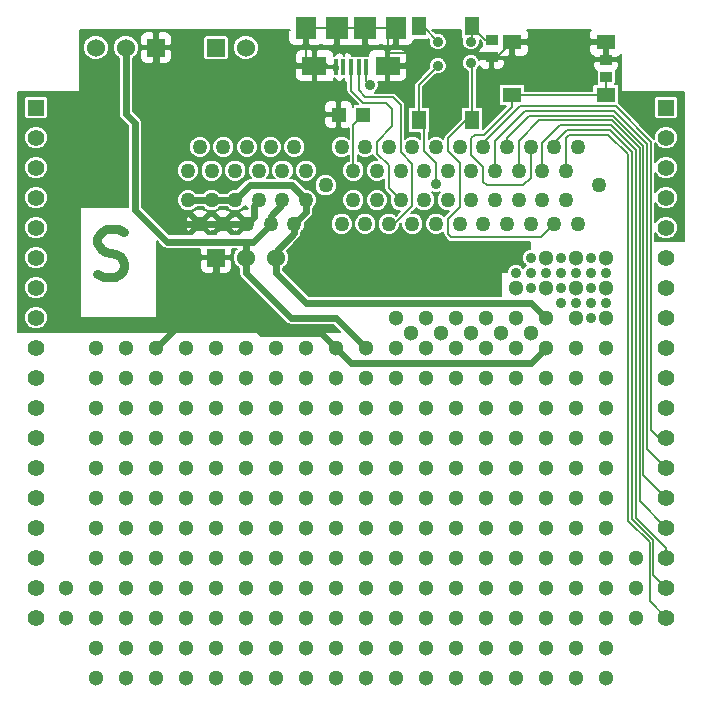
<source format=gtl>
G04 (created by PCBNEW (2013-dec-23)-stable) date Thu 15 May 2014 10:29:33 AM EDT*
%MOIN*%
G04 Gerber Fmt 3.4, Leading zero omitted, Abs format*
%FSLAX34Y34*%
G01*
G70*
G90*
G04 APERTURE LIST*
%ADD10C,0.00590551*%
%ADD11C,0.0314961*%
%ADD12R,0.055X0.055*%
%ADD13C,0.055*%
%ADD14R,0.06X0.06*%
%ADD15C,0.06*%
%ADD16R,0.0394X0.0354*%
%ADD17C,0.05*%
%ADD18R,0.015748X0.0531496*%
%ADD19R,0.0826772X0.0629921*%
%ADD20R,0.0748031X0.0748031*%
%ADD21R,0.0708661X0.0748031*%
%ADD22R,0.0511811X0.0649606*%
%ADD23R,0.0649606X0.0511811*%
%ADD24R,0.0472X0.0472*%
%ADD25C,0.0354331*%
%ADD26C,0.0511811*%
%ADD27C,0.023622*%
%ADD28C,0.00629921*%
%ADD29C,0.00787402*%
G04 APERTURE END LIST*
G54D10*
G54D11*
X84069Y-51393D02*
X84294Y-51468D01*
X84669Y-51468D01*
X84819Y-51393D01*
X84894Y-51318D01*
X84969Y-51168D01*
X84969Y-51018D01*
X84894Y-50868D01*
X84819Y-50793D01*
X84669Y-50718D01*
X84369Y-50643D01*
X84219Y-50568D01*
X84144Y-50493D01*
X84069Y-50343D01*
X84069Y-50193D01*
X84144Y-50043D01*
X84219Y-49968D01*
X84369Y-49893D01*
X84744Y-49893D01*
X84969Y-49968D01*
G54D12*
X103019Y-45830D03*
G54D13*
X103019Y-46830D03*
X103019Y-47830D03*
X103019Y-48830D03*
X103019Y-49830D03*
X103019Y-50830D03*
X103019Y-51830D03*
X103019Y-52830D03*
X103019Y-53830D03*
X103019Y-54830D03*
X103019Y-55830D03*
X103019Y-56830D03*
X103019Y-57830D03*
X103019Y-58830D03*
X103019Y-59830D03*
X103019Y-60830D03*
X103019Y-61830D03*
X103019Y-62830D03*
G54D12*
X82019Y-45830D03*
G54D13*
X82019Y-46830D03*
X82019Y-47830D03*
X82019Y-48830D03*
X82019Y-49830D03*
X82019Y-50830D03*
X82019Y-51830D03*
X82019Y-52830D03*
X82019Y-53830D03*
X82019Y-54830D03*
X82019Y-55830D03*
X82019Y-56830D03*
X82019Y-57830D03*
X82019Y-58830D03*
X82019Y-59830D03*
X82019Y-60830D03*
X82019Y-61830D03*
X82019Y-62830D03*
G54D14*
X88019Y-50830D03*
G54D15*
X89019Y-50830D03*
X90019Y-50830D03*
G54D14*
X86019Y-43830D03*
G54D15*
X85019Y-43830D03*
X84019Y-43830D03*
G54D16*
X101023Y-44823D03*
X101023Y-44231D03*
X97204Y-43562D03*
X97204Y-44154D03*
G54D17*
X87480Y-47146D03*
X87874Y-47933D03*
X88268Y-47146D03*
X88661Y-47933D03*
X89055Y-47146D03*
X89449Y-47933D03*
X89842Y-47146D03*
X90236Y-47933D03*
X90630Y-47146D03*
X91023Y-47933D03*
X92205Y-47146D03*
X92598Y-47933D03*
X92992Y-47146D03*
X93386Y-47933D03*
X93779Y-47146D03*
X94173Y-47933D03*
X94567Y-47146D03*
X94960Y-47933D03*
X95354Y-47146D03*
X95748Y-47933D03*
X96142Y-47146D03*
X96535Y-47933D03*
X96929Y-47146D03*
X97323Y-47933D03*
X97716Y-47146D03*
X98110Y-47933D03*
X98504Y-47146D03*
X98897Y-47933D03*
X99291Y-47146D03*
X99685Y-47933D03*
X100079Y-47146D03*
X87086Y-48916D03*
X87480Y-49704D03*
X87874Y-48916D03*
X88268Y-49704D03*
X88661Y-48916D03*
X89055Y-49704D03*
X89449Y-48916D03*
X89842Y-49704D03*
X90236Y-48916D03*
X90630Y-49704D03*
X91023Y-48916D03*
X92205Y-49704D03*
X92598Y-48916D03*
X92992Y-49704D03*
X93386Y-48916D03*
X93779Y-49704D03*
X94173Y-48916D03*
X94567Y-49704D03*
X94960Y-48916D03*
X95354Y-49704D03*
X95748Y-48916D03*
X96142Y-49704D03*
X96535Y-48916D03*
X96929Y-49704D03*
X97323Y-48916D03*
X97716Y-49704D03*
X98110Y-48916D03*
X98504Y-49704D03*
X98897Y-48916D03*
X99291Y-49704D03*
X99685Y-48916D03*
X100079Y-49704D03*
X87086Y-47933D03*
X91673Y-48425D03*
X100787Y-48425D03*
G54D14*
X88019Y-43830D03*
G54D15*
X89019Y-43830D03*
G54D18*
X93031Y-44488D03*
X92775Y-44488D03*
X92519Y-44488D03*
X92263Y-44488D03*
X92007Y-44488D03*
G54D19*
X93740Y-44438D03*
X91299Y-44438D03*
G54D20*
X92992Y-43169D03*
X92047Y-43169D03*
G54D21*
X94015Y-43169D03*
X91023Y-43169D03*
G54D22*
X96555Y-43120D03*
X96555Y-46250D03*
X94783Y-43120D03*
X94783Y-46250D03*
G54D23*
X101013Y-45413D03*
X97883Y-45413D03*
X101013Y-43641D03*
X97883Y-43641D03*
G54D24*
X92932Y-46062D03*
X92106Y-46062D03*
G54D25*
X100519Y-52830D03*
X98019Y-51330D03*
X98519Y-50830D03*
X98519Y-51330D03*
X98519Y-51830D03*
X101019Y-52330D03*
X100519Y-52330D03*
X100519Y-51830D03*
X101019Y-51330D03*
X100519Y-51330D03*
X100519Y-50830D03*
X100019Y-52330D03*
X99519Y-52330D03*
X99519Y-51830D03*
X100019Y-51330D03*
X99019Y-51330D03*
X99519Y-51330D03*
X99519Y-50830D03*
G54D26*
X98519Y-53330D03*
X97519Y-53330D03*
X96519Y-53330D03*
X95519Y-53330D03*
X94519Y-53330D03*
X99019Y-50830D03*
X100019Y-50830D03*
X101019Y-50830D03*
X101019Y-51830D03*
X95019Y-53830D03*
X96019Y-53830D03*
X97019Y-53830D03*
X94019Y-53830D03*
X91019Y-53830D03*
X98019Y-53830D03*
X90019Y-53830D03*
X98019Y-51830D03*
X98019Y-52830D03*
X94019Y-52830D03*
X97019Y-52830D03*
X96019Y-52830D03*
X95019Y-52830D03*
X84019Y-64830D03*
X86019Y-64830D03*
X85019Y-64830D03*
X89019Y-64830D03*
X88019Y-64830D03*
X87019Y-64830D03*
X95019Y-64830D03*
X96019Y-64830D03*
X97019Y-64830D03*
X93019Y-64830D03*
X94019Y-64830D03*
X92019Y-64830D03*
X91019Y-64830D03*
X100019Y-64830D03*
X99019Y-64830D03*
X101019Y-64830D03*
X98019Y-64830D03*
X90019Y-64830D03*
X90019Y-63830D03*
X98019Y-63830D03*
X101019Y-63830D03*
X99019Y-63830D03*
X100019Y-63830D03*
X91019Y-63830D03*
X92019Y-63830D03*
X94019Y-63830D03*
X93019Y-63830D03*
X97019Y-63830D03*
X96019Y-63830D03*
X95019Y-63830D03*
X87019Y-63830D03*
X88019Y-63830D03*
X89019Y-63830D03*
X85019Y-63830D03*
X86019Y-63830D03*
X84019Y-63830D03*
X84019Y-55830D03*
X86019Y-55830D03*
X85019Y-55830D03*
X89019Y-55830D03*
X88019Y-55830D03*
X87019Y-55830D03*
X95019Y-55830D03*
X96019Y-55830D03*
X97019Y-55830D03*
X93019Y-55830D03*
X94019Y-55830D03*
X91019Y-55830D03*
X100019Y-55830D03*
X99019Y-55830D03*
X101019Y-55830D03*
X98019Y-55830D03*
X90019Y-55830D03*
X90019Y-54830D03*
X98019Y-54830D03*
X101019Y-54830D03*
X99019Y-54830D03*
X100019Y-54830D03*
X91019Y-54830D03*
X92019Y-54830D03*
X93019Y-54830D03*
X97019Y-54830D03*
X96019Y-54830D03*
X95019Y-54830D03*
X87019Y-54830D03*
X88019Y-54830D03*
X89019Y-54830D03*
X85019Y-54830D03*
X86019Y-54830D03*
X84019Y-54830D03*
X100019Y-51830D03*
X99019Y-51830D03*
X101019Y-52830D03*
X100019Y-52830D03*
X84019Y-53830D03*
X85019Y-53830D03*
X89019Y-53830D03*
X88019Y-53830D03*
X87019Y-53830D03*
X100019Y-53830D03*
X101019Y-53830D03*
X90019Y-58830D03*
X98019Y-58830D03*
X101019Y-58830D03*
X99019Y-58830D03*
X100019Y-58830D03*
X91019Y-58830D03*
X92019Y-58830D03*
X94019Y-58830D03*
X93019Y-58830D03*
X97019Y-58830D03*
X96019Y-58830D03*
X95019Y-58830D03*
X87019Y-58830D03*
X88019Y-58830D03*
X89019Y-58830D03*
X85019Y-58830D03*
X86019Y-58830D03*
X84019Y-58830D03*
X84019Y-57830D03*
X86019Y-57830D03*
X85019Y-57830D03*
X89019Y-57830D03*
X88019Y-57830D03*
X87019Y-57830D03*
X95019Y-57830D03*
X96019Y-57830D03*
X97019Y-57830D03*
X93019Y-57830D03*
X94019Y-57830D03*
X92019Y-57830D03*
X91019Y-57830D03*
X100019Y-57830D03*
X99019Y-57830D03*
X101019Y-57830D03*
X98019Y-57830D03*
X90019Y-57830D03*
X90019Y-56830D03*
X98019Y-56830D03*
X101019Y-56830D03*
X99019Y-56830D03*
X100019Y-56830D03*
X91019Y-56830D03*
X92019Y-56830D03*
X94019Y-56830D03*
X93019Y-56830D03*
X97019Y-56830D03*
X96019Y-56830D03*
X95019Y-56830D03*
X87019Y-56830D03*
X88019Y-56830D03*
X89019Y-56830D03*
X85019Y-56830D03*
X86019Y-56830D03*
X84019Y-56830D03*
X84019Y-59830D03*
X86019Y-59830D03*
X85019Y-59830D03*
X89019Y-59830D03*
X88019Y-59830D03*
X87019Y-59830D03*
X95019Y-59830D03*
X96019Y-59830D03*
X97019Y-59830D03*
X93019Y-59830D03*
X94019Y-59830D03*
X92019Y-59830D03*
X91019Y-59830D03*
X100019Y-59830D03*
X99019Y-59830D03*
X101019Y-59830D03*
X98019Y-59830D03*
X90019Y-59830D03*
X90019Y-60830D03*
X98019Y-60830D03*
X101019Y-60830D03*
X102019Y-60830D03*
X99019Y-60830D03*
X100019Y-60830D03*
X91019Y-60830D03*
X92019Y-60830D03*
X94019Y-60830D03*
X93019Y-60830D03*
X97019Y-60830D03*
X96019Y-60830D03*
X95019Y-60830D03*
X87019Y-60830D03*
X88019Y-60830D03*
X89019Y-60830D03*
X85019Y-60830D03*
X86019Y-60830D03*
X84019Y-60830D03*
X83019Y-61830D03*
X84019Y-61830D03*
X86019Y-61830D03*
X85019Y-61830D03*
X89019Y-61830D03*
X88019Y-61830D03*
X87019Y-61830D03*
X95019Y-61830D03*
X96019Y-61830D03*
X97019Y-61830D03*
X93019Y-61830D03*
X94019Y-61830D03*
X92019Y-61830D03*
X91019Y-61830D03*
X100019Y-61830D03*
X99019Y-61830D03*
X102019Y-61830D03*
X101019Y-61830D03*
X98019Y-61830D03*
X90019Y-61830D03*
X90019Y-62830D03*
X98019Y-62830D03*
X101019Y-62830D03*
X102019Y-62830D03*
X99019Y-62830D03*
X100019Y-62830D03*
X91019Y-62830D03*
X92019Y-62830D03*
X94019Y-62830D03*
X93019Y-62830D03*
X97019Y-62830D03*
X96019Y-62830D03*
X95019Y-62830D03*
X87019Y-62830D03*
X88019Y-62830D03*
X89019Y-62830D03*
X85019Y-62830D03*
X86019Y-62830D03*
X84019Y-62830D03*
X83019Y-62830D03*
X94019Y-54830D03*
X92019Y-55830D03*
X93019Y-53830D03*
G54D25*
X95354Y-48385D03*
X95419Y-44430D03*
X95419Y-43630D03*
G54D26*
X99019Y-52830D03*
G54D25*
X93149Y-45078D03*
X96519Y-43630D03*
X96519Y-44330D03*
G54D26*
X86019Y-53830D03*
X99019Y-53830D03*
X92019Y-53830D03*
G54D27*
X89019Y-50830D02*
X89019Y-51330D01*
X92019Y-52830D02*
X93019Y-53830D01*
X90519Y-52830D02*
X92019Y-52830D01*
X89019Y-51330D02*
X90519Y-52830D01*
G54D28*
X94960Y-46427D02*
X94783Y-46250D01*
X94960Y-47283D02*
X94960Y-46427D01*
X95354Y-47677D02*
X94960Y-47283D01*
X95354Y-48385D02*
X95354Y-47677D01*
X94783Y-43120D02*
X94909Y-43120D01*
X94783Y-45066D02*
X94783Y-46250D01*
X95419Y-44430D02*
X94783Y-45066D01*
X94909Y-43120D02*
X95419Y-43630D01*
G54D27*
X90236Y-48916D02*
X90236Y-49035D01*
X89842Y-49429D02*
X89842Y-49704D01*
X90236Y-49035D02*
X89842Y-49429D01*
X89019Y-50830D02*
X89019Y-50295D01*
X89019Y-50295D02*
X88976Y-50295D01*
X86289Y-50196D02*
X86387Y-50295D01*
X85019Y-46043D02*
X85330Y-46354D01*
X85019Y-43830D02*
X85019Y-46043D01*
X85330Y-46354D02*
X85330Y-49238D01*
X85330Y-49238D02*
X86289Y-50196D01*
X86387Y-50295D02*
X88976Y-50295D01*
X88976Y-50295D02*
X89251Y-50295D01*
X89251Y-50295D02*
X89842Y-49704D01*
X90019Y-50830D02*
X90019Y-51330D01*
X98519Y-52330D02*
X99019Y-52830D01*
X91019Y-52330D02*
X98519Y-52330D01*
X90019Y-51330D02*
X91019Y-52330D01*
G54D28*
X93031Y-44488D02*
X93031Y-44960D01*
X93031Y-44960D02*
X93149Y-45078D01*
G54D27*
X87874Y-48916D02*
X87086Y-48916D01*
X88661Y-48916D02*
X87874Y-48916D01*
X91023Y-48916D02*
X91023Y-48897D01*
X89153Y-48425D02*
X88661Y-48916D01*
X90551Y-48425D02*
X89153Y-48425D01*
X91023Y-48897D02*
X90551Y-48425D01*
X91023Y-48916D02*
X91023Y-49311D01*
X91023Y-49311D02*
X90630Y-49704D01*
X90019Y-50830D02*
X90019Y-50629D01*
X90630Y-50018D02*
X90630Y-49704D01*
X90019Y-50629D02*
X90630Y-50018D01*
G54D28*
X95748Y-49527D02*
X96141Y-49133D01*
X96141Y-47677D02*
X95748Y-47283D01*
X96141Y-49133D02*
X96141Y-47677D01*
X96555Y-46250D02*
X96348Y-46250D01*
X98838Y-50157D02*
X99291Y-49704D01*
X95866Y-50157D02*
X98838Y-50157D01*
X95748Y-50039D02*
X95866Y-50157D01*
X95748Y-49527D02*
X95748Y-50039D01*
X95748Y-46850D02*
X95748Y-47283D01*
X96348Y-46250D02*
X95748Y-46850D01*
X97204Y-43562D02*
X96997Y-43562D01*
X96997Y-43562D02*
X96555Y-43120D01*
X96555Y-46250D02*
X96555Y-44366D01*
X96555Y-43595D02*
X96555Y-43120D01*
X96519Y-43630D02*
X96555Y-43595D01*
X96555Y-44366D02*
X96519Y-44330D01*
X103019Y-56830D02*
X102775Y-56830D01*
X96929Y-47007D02*
X96929Y-47146D01*
X98149Y-45787D02*
X96929Y-47007D01*
X101338Y-45787D02*
X98149Y-45787D01*
X102519Y-46968D02*
X101338Y-45787D01*
X102519Y-56574D02*
X102519Y-46968D01*
X102775Y-56830D02*
X102519Y-56574D01*
X93001Y-45482D02*
X93907Y-45482D01*
X94173Y-45748D02*
X94173Y-46653D01*
X93907Y-45482D02*
X94173Y-45748D01*
X92775Y-44488D02*
X92775Y-45255D01*
X93956Y-49704D02*
X93779Y-49704D01*
X94173Y-46653D02*
X94173Y-47322D01*
X94173Y-47322D02*
X94566Y-47716D01*
X94566Y-47716D02*
X94566Y-49094D01*
X94566Y-49094D02*
X93956Y-49704D01*
X92775Y-45255D02*
X93001Y-45482D01*
X92519Y-45177D02*
X92519Y-45275D01*
X93897Y-46456D02*
X93385Y-46968D01*
X93897Y-45866D02*
X93897Y-46456D01*
X93700Y-45669D02*
X93897Y-45866D01*
X92913Y-45669D02*
X93700Y-45669D01*
X92519Y-45275D02*
X92913Y-45669D01*
X92519Y-44488D02*
X92519Y-45177D01*
X93779Y-48522D02*
X94173Y-48916D01*
X93779Y-47755D02*
X93779Y-48522D01*
X93385Y-47362D02*
X93779Y-47755D01*
X93385Y-46968D02*
X93385Y-47362D01*
X98110Y-47933D02*
X98110Y-46928D01*
X102141Y-58952D02*
X103019Y-59830D01*
X102141Y-47181D02*
X102141Y-58952D01*
X101220Y-46259D02*
X102141Y-47181D01*
X98779Y-46259D02*
X101220Y-46259D01*
X98110Y-46928D02*
X98779Y-46259D01*
X103019Y-62830D02*
X102472Y-62283D01*
X99685Y-46849D02*
X99685Y-47933D01*
X99803Y-46732D02*
X99685Y-46849D01*
X101102Y-46732D02*
X99803Y-46732D01*
X101763Y-47393D02*
X101102Y-46732D01*
X101763Y-59600D02*
X101763Y-47393D01*
X102472Y-60309D02*
X101763Y-59600D01*
X102472Y-62283D02*
X102472Y-60309D01*
X99291Y-47146D02*
X99291Y-47007D01*
X102598Y-61409D02*
X103019Y-61830D01*
X102598Y-60256D02*
X102598Y-61409D01*
X101889Y-59548D02*
X102598Y-60256D01*
X101889Y-47322D02*
X101889Y-59548D01*
X101141Y-46574D02*
X101889Y-47322D01*
X99724Y-46574D02*
X101141Y-46574D01*
X99291Y-47007D02*
X99724Y-46574D01*
X103019Y-60830D02*
X103019Y-60500D01*
X98897Y-47007D02*
X98897Y-47933D01*
X99488Y-46417D02*
X98897Y-47007D01*
X101181Y-46417D02*
X99488Y-46417D01*
X102015Y-47251D02*
X101181Y-46417D01*
X102015Y-59496D02*
X102015Y-47251D01*
X103019Y-60500D02*
X102015Y-59496D01*
X103019Y-58830D02*
X102267Y-58078D01*
X97716Y-46850D02*
X97716Y-47146D01*
X98464Y-46102D02*
X97716Y-46850D01*
X101259Y-46102D02*
X98464Y-46102D01*
X102267Y-47110D02*
X101259Y-46102D01*
X102267Y-58078D02*
X102267Y-47110D01*
X97323Y-47933D02*
X97323Y-46928D01*
X102393Y-57204D02*
X103019Y-57830D01*
X102393Y-47039D02*
X102393Y-57204D01*
X101299Y-45944D02*
X102393Y-47039D01*
X98307Y-45944D02*
X101299Y-45944D01*
X97323Y-46928D02*
X98307Y-45944D01*
X92598Y-47933D02*
X92598Y-46397D01*
X92598Y-46397D02*
X92932Y-46062D01*
X98504Y-47146D02*
X98504Y-48188D01*
X97883Y-45816D02*
X97883Y-45413D01*
X96968Y-46732D02*
X97883Y-45816D01*
X96653Y-46732D02*
X96968Y-46732D01*
X96535Y-46850D02*
X96653Y-46732D01*
X96535Y-47401D02*
X96535Y-46850D01*
X96929Y-47795D02*
X96535Y-47401D01*
X96929Y-48307D02*
X96929Y-47795D01*
X97047Y-48425D02*
X96929Y-48307D01*
X98267Y-48425D02*
X97047Y-48425D01*
X98504Y-48188D02*
X98267Y-48425D01*
X97883Y-45413D02*
X101013Y-45413D01*
X101023Y-44823D02*
X101023Y-45403D01*
X101023Y-45403D02*
X101013Y-45413D01*
X92106Y-46062D02*
X91732Y-46062D01*
X91299Y-45629D02*
X91299Y-44438D01*
X91732Y-46062D02*
X91299Y-45629D01*
G54D27*
X88019Y-51830D02*
X86019Y-53830D01*
X92019Y-53830D02*
X92519Y-54330D01*
X98519Y-54330D02*
X99019Y-53830D01*
X92519Y-54330D02*
X98519Y-54330D01*
X88019Y-50830D02*
X88019Y-51830D01*
X91519Y-53330D02*
X92019Y-53830D01*
X89519Y-53330D02*
X91519Y-53330D01*
X88019Y-51830D02*
X89519Y-53330D01*
G54D28*
X101013Y-43641D02*
X101013Y-44221D01*
X101013Y-44221D02*
X101023Y-44231D01*
X97883Y-43641D02*
X101013Y-43641D01*
X97204Y-44154D02*
X97371Y-44154D01*
X97371Y-44154D02*
X97883Y-43641D01*
X94488Y-43996D02*
X97046Y-43996D01*
X93740Y-43996D02*
X94488Y-43996D01*
X97046Y-43996D02*
X97204Y-44154D01*
G54D27*
X89449Y-48916D02*
X89271Y-49094D01*
X89271Y-49488D02*
X89055Y-49704D01*
X89271Y-49094D02*
X89271Y-49488D01*
X88268Y-49704D02*
X89055Y-49704D01*
X87480Y-49704D02*
X88268Y-49704D01*
X87480Y-49704D02*
X86220Y-49704D01*
X86019Y-45771D02*
X86019Y-44488D01*
X85629Y-46161D02*
X86019Y-45771D01*
X85629Y-49114D02*
X85629Y-46161D01*
X86220Y-49704D02*
X85629Y-49114D01*
G54D28*
X91299Y-44438D02*
X86019Y-44438D01*
X86023Y-44488D02*
X86019Y-44488D01*
X86023Y-44442D02*
X86023Y-44488D01*
X86019Y-44438D02*
X86023Y-44442D01*
X94015Y-43169D02*
X92992Y-43169D01*
X93740Y-44438D02*
X93740Y-43996D01*
X93740Y-43996D02*
X93740Y-43444D01*
X93740Y-43444D02*
X94015Y-43169D01*
X92992Y-43169D02*
X92047Y-43169D01*
X91023Y-43169D02*
X91023Y-44163D01*
X91023Y-44163D02*
X91299Y-44438D01*
X92047Y-43169D02*
X91023Y-43169D01*
X91299Y-44438D02*
X91958Y-44438D01*
G54D27*
X86019Y-44488D02*
X86019Y-43830D01*
G54D10*
G36*
X89540Y-48922D02*
X89455Y-49007D01*
X89449Y-49002D01*
X89444Y-49007D01*
X89358Y-48922D01*
X89363Y-48916D01*
X89358Y-48911D01*
X89444Y-48825D01*
X89449Y-48830D01*
X89455Y-48825D01*
X89540Y-48911D01*
X89535Y-48916D01*
X89540Y-48922D01*
X89540Y-48922D01*
G37*
G54D29*
X89540Y-48922D02*
X89455Y-49007D01*
X89449Y-49002D01*
X89444Y-49007D01*
X89358Y-48922D01*
X89363Y-48916D01*
X89358Y-48911D01*
X89444Y-48825D01*
X89449Y-48830D01*
X89455Y-48825D01*
X89540Y-48911D01*
X89535Y-48916D01*
X89540Y-48922D01*
G54D10*
G36*
X103622Y-50275D02*
X102669Y-50275D01*
X102669Y-50012D01*
X102686Y-50053D01*
X102796Y-50163D01*
X102941Y-50223D01*
X103097Y-50223D01*
X103242Y-50164D01*
X103352Y-50053D01*
X103412Y-49909D01*
X103412Y-49752D01*
X103353Y-49608D01*
X103242Y-49497D01*
X103098Y-49437D01*
X102941Y-49437D01*
X102797Y-49497D01*
X102686Y-49607D01*
X102669Y-49649D01*
X102669Y-49012D01*
X102686Y-49053D01*
X102796Y-49163D01*
X102941Y-49223D01*
X103097Y-49223D01*
X103242Y-49164D01*
X103352Y-49053D01*
X103412Y-48909D01*
X103412Y-48752D01*
X103353Y-48608D01*
X103242Y-48497D01*
X103098Y-48437D01*
X102941Y-48437D01*
X102797Y-48497D01*
X102686Y-48607D01*
X102669Y-48649D01*
X102669Y-48012D01*
X102686Y-48053D01*
X102796Y-48163D01*
X102941Y-48223D01*
X103097Y-48223D01*
X103242Y-48164D01*
X103352Y-48053D01*
X103412Y-47909D01*
X103412Y-47752D01*
X103353Y-47608D01*
X103242Y-47497D01*
X103098Y-47437D01*
X102941Y-47437D01*
X102797Y-47497D01*
X102686Y-47607D01*
X102669Y-47649D01*
X102669Y-47012D01*
X102686Y-47053D01*
X102796Y-47163D01*
X102941Y-47223D01*
X103097Y-47223D01*
X103242Y-47164D01*
X103352Y-47053D01*
X103412Y-46909D01*
X103412Y-46752D01*
X103412Y-46752D01*
X103412Y-46082D01*
X103412Y-45532D01*
X103394Y-45488D01*
X103361Y-45455D01*
X103318Y-45437D01*
X103271Y-45437D01*
X102721Y-45437D01*
X102677Y-45455D01*
X102644Y-45488D01*
X102626Y-45532D01*
X102626Y-45579D01*
X102626Y-46129D01*
X102644Y-46172D01*
X102677Y-46205D01*
X102721Y-46223D01*
X102768Y-46223D01*
X103318Y-46223D01*
X103361Y-46205D01*
X103394Y-46172D01*
X103412Y-46129D01*
X103412Y-46082D01*
X103412Y-46752D01*
X103353Y-46608D01*
X103242Y-46497D01*
X103098Y-46437D01*
X102941Y-46437D01*
X102797Y-46497D01*
X102686Y-46607D01*
X102626Y-46752D01*
X102626Y-46864D01*
X102625Y-46862D01*
X102625Y-46862D01*
X101456Y-45693D01*
X101456Y-45692D01*
X101456Y-45645D01*
X101456Y-45134D01*
X101438Y-45090D01*
X101405Y-45057D01*
X101362Y-45039D01*
X101332Y-45039D01*
X101338Y-45024D01*
X101338Y-44977D01*
X101338Y-44623D01*
X101337Y-44619D01*
X101356Y-44611D01*
X101423Y-44543D01*
X101460Y-44455D01*
X101459Y-44352D01*
X101400Y-44292D01*
X101084Y-44292D01*
X101084Y-44300D01*
X100962Y-44300D01*
X100962Y-44292D01*
X100962Y-44170D01*
X100962Y-43875D01*
X100953Y-43865D01*
X100953Y-43702D01*
X100509Y-43702D01*
X100449Y-43762D01*
X100449Y-43850D01*
X100449Y-43945D01*
X100486Y-44033D01*
X100553Y-44100D01*
X100593Y-44117D01*
X100647Y-44170D01*
X100962Y-44170D01*
X100962Y-44292D01*
X100647Y-44292D01*
X100587Y-44352D01*
X100587Y-44455D01*
X100623Y-44543D01*
X100690Y-44611D01*
X100710Y-44619D01*
X100708Y-44622D01*
X100708Y-44669D01*
X100708Y-45023D01*
X100714Y-45039D01*
X100665Y-45039D01*
X100622Y-45057D01*
X100588Y-45090D01*
X100570Y-45133D01*
X100570Y-45180D01*
X100570Y-45263D01*
X98448Y-45263D01*
X98448Y-43850D01*
X98448Y-43762D01*
X98388Y-43702D01*
X97944Y-43702D01*
X97944Y-44077D01*
X98004Y-44137D01*
X98256Y-44137D01*
X98344Y-44100D01*
X98411Y-44033D01*
X98447Y-43945D01*
X98448Y-43850D01*
X98448Y-45263D01*
X98326Y-45263D01*
X98326Y-45134D01*
X98308Y-45090D01*
X98275Y-45057D01*
X98232Y-45039D01*
X98185Y-45039D01*
X97641Y-45039D01*
X97641Y-44378D01*
X97641Y-44274D01*
X97581Y-44214D01*
X97265Y-44214D01*
X97265Y-44510D01*
X97325Y-44570D01*
X97354Y-44570D01*
X97449Y-44570D01*
X97537Y-44534D01*
X97604Y-44466D01*
X97641Y-44378D01*
X97641Y-45039D01*
X97535Y-45039D01*
X97492Y-45057D01*
X97458Y-45090D01*
X97440Y-45133D01*
X97440Y-45180D01*
X97440Y-45692D01*
X97458Y-45736D01*
X97492Y-45769D01*
X97535Y-45787D01*
X97582Y-45787D01*
X97701Y-45787D01*
X96929Y-46560D01*
X96929Y-46551D01*
X96929Y-45901D01*
X96911Y-45858D01*
X96878Y-45825D01*
X96834Y-45807D01*
X96787Y-45807D01*
X96704Y-45807D01*
X96704Y-44563D01*
X96769Y-44498D01*
X96793Y-44440D01*
X96804Y-44466D01*
X96871Y-44534D01*
X96959Y-44570D01*
X97055Y-44570D01*
X97084Y-44570D01*
X97144Y-44510D01*
X97144Y-44214D01*
X96828Y-44214D01*
X96802Y-44240D01*
X96770Y-44163D01*
X96687Y-44080D01*
X96578Y-44035D01*
X96461Y-44035D01*
X96352Y-44080D01*
X96269Y-44163D01*
X96224Y-44271D01*
X96224Y-44389D01*
X96269Y-44497D01*
X96352Y-44580D01*
X96405Y-44603D01*
X96405Y-45807D01*
X96275Y-45807D01*
X96232Y-45825D01*
X96199Y-45858D01*
X96181Y-45901D01*
X96181Y-45948D01*
X96181Y-46205D01*
X95642Y-46744D01*
X95609Y-46793D01*
X95607Y-46802D01*
X95598Y-46850D01*
X95598Y-46850D01*
X95598Y-46869D01*
X95563Y-46834D01*
X95428Y-46778D01*
X95281Y-46778D01*
X95146Y-46834D01*
X95110Y-46870D01*
X95110Y-46670D01*
X95139Y-46641D01*
X95157Y-46598D01*
X95157Y-46551D01*
X95157Y-45901D01*
X95139Y-45858D01*
X95106Y-45825D01*
X95062Y-45807D01*
X95015Y-45807D01*
X94933Y-45807D01*
X94933Y-45128D01*
X95343Y-44718D01*
X95360Y-44725D01*
X95478Y-44726D01*
X95586Y-44681D01*
X95669Y-44598D01*
X95714Y-44489D01*
X95715Y-44372D01*
X95670Y-44263D01*
X95587Y-44180D01*
X95478Y-44135D01*
X95361Y-44135D01*
X95252Y-44180D01*
X95169Y-44263D01*
X95124Y-44371D01*
X95124Y-44489D01*
X95131Y-44507D01*
X94677Y-44961D01*
X94645Y-45009D01*
X94643Y-45019D01*
X94633Y-45066D01*
X94633Y-45066D01*
X94633Y-45807D01*
X94504Y-45807D01*
X94460Y-45825D01*
X94427Y-45858D01*
X94409Y-45901D01*
X94409Y-45948D01*
X94409Y-46598D01*
X94427Y-46641D01*
X94460Y-46674D01*
X94503Y-46692D01*
X94550Y-46692D01*
X94811Y-46692D01*
X94811Y-46869D01*
X94776Y-46834D01*
X94641Y-46778D01*
X94494Y-46778D01*
X94392Y-46820D01*
X94392Y-44706D01*
X94392Y-44171D01*
X94392Y-44076D01*
X94356Y-43988D01*
X94288Y-43920D01*
X94200Y-43884D01*
X93955Y-43884D01*
X93860Y-43884D01*
X93800Y-43944D01*
X93800Y-44378D01*
X94333Y-44378D01*
X94392Y-44318D01*
X94392Y-44171D01*
X94392Y-44706D01*
X94392Y-44559D01*
X94333Y-44499D01*
X93800Y-44499D01*
X93800Y-44933D01*
X93860Y-44993D01*
X94200Y-44993D01*
X94288Y-44956D01*
X94356Y-44889D01*
X94392Y-44801D01*
X94392Y-44706D01*
X94392Y-46820D01*
X94359Y-46834D01*
X94322Y-46870D01*
X94322Y-46653D01*
X94322Y-45748D01*
X94311Y-45690D01*
X94311Y-45690D01*
X94279Y-45642D01*
X94279Y-45642D01*
X94013Y-45376D01*
X93964Y-45344D01*
X93955Y-45342D01*
X93907Y-45332D01*
X93907Y-45332D01*
X93308Y-45332D01*
X93316Y-45329D01*
X93399Y-45246D01*
X93444Y-45137D01*
X93444Y-45020D01*
X93433Y-44993D01*
X93619Y-44993D01*
X93679Y-44933D01*
X93679Y-44499D01*
X93671Y-44499D01*
X93671Y-44378D01*
X93679Y-44378D01*
X93679Y-43944D01*
X93619Y-43884D01*
X93279Y-43884D01*
X93191Y-43920D01*
X93123Y-43988D01*
X93087Y-44076D01*
X93087Y-44104D01*
X93086Y-44104D01*
X92931Y-44104D01*
X92929Y-44104D01*
X92903Y-44114D01*
X92877Y-44104D01*
X92830Y-44104D01*
X92673Y-44104D01*
X92647Y-44114D01*
X92622Y-44104D01*
X92575Y-44104D01*
X92552Y-44104D01*
X92545Y-44086D01*
X92477Y-44019D01*
X92389Y-43983D01*
X92362Y-43983D01*
X92303Y-44042D01*
X92303Y-44119D01*
X92289Y-44086D01*
X92222Y-44019D01*
X92186Y-44004D01*
X92164Y-43983D01*
X92137Y-43983D01*
X92135Y-43983D01*
X92134Y-43983D01*
X92107Y-43983D01*
X92085Y-44004D01*
X92049Y-44019D01*
X91986Y-44082D01*
X91982Y-44086D01*
X91968Y-44119D01*
X91968Y-44042D01*
X91916Y-43990D01*
X91915Y-43988D01*
X91848Y-43920D01*
X91760Y-43884D01*
X91419Y-43884D01*
X91359Y-43944D01*
X91359Y-44378D01*
X91700Y-44378D01*
X91749Y-44427D01*
X91968Y-44427D01*
X91968Y-44390D01*
X92005Y-44427D01*
X92047Y-44427D01*
X92076Y-44427D01*
X92076Y-44548D01*
X92047Y-44548D01*
X92005Y-44548D01*
X91968Y-44585D01*
X91968Y-44548D01*
X91941Y-44548D01*
X91892Y-44499D01*
X91359Y-44499D01*
X91359Y-44933D01*
X91419Y-44993D01*
X91760Y-44993D01*
X91820Y-44968D01*
X91881Y-44993D01*
X91908Y-44993D01*
X91968Y-44933D01*
X91968Y-44856D01*
X91982Y-44889D01*
X92049Y-44956D01*
X92085Y-44971D01*
X92107Y-44993D01*
X92134Y-44993D01*
X92135Y-44992D01*
X92137Y-44993D01*
X92164Y-44993D01*
X92186Y-44971D01*
X92222Y-44956D01*
X92289Y-44889D01*
X92303Y-44856D01*
X92303Y-44933D01*
X92362Y-44993D01*
X92370Y-44993D01*
X92370Y-45177D01*
X92370Y-45275D01*
X92370Y-45275D01*
X92379Y-45323D01*
X92381Y-45332D01*
X92413Y-45381D01*
X92741Y-45708D01*
X92673Y-45708D01*
X92629Y-45726D01*
X92596Y-45760D01*
X92582Y-45795D01*
X92582Y-45779D01*
X92545Y-45691D01*
X92478Y-45623D01*
X92390Y-45587D01*
X92227Y-45587D01*
X92167Y-45647D01*
X92167Y-46002D01*
X92175Y-46002D01*
X92175Y-46123D01*
X92167Y-46123D01*
X92167Y-46478D01*
X92227Y-46538D01*
X92390Y-46538D01*
X92449Y-46514D01*
X92449Y-46869D01*
X92414Y-46834D01*
X92279Y-46778D01*
X92132Y-46778D01*
X92046Y-46814D01*
X92046Y-46478D01*
X92046Y-46123D01*
X92046Y-46002D01*
X92046Y-45647D01*
X91986Y-45587D01*
X91823Y-45587D01*
X91735Y-45623D01*
X91667Y-45691D01*
X91631Y-45779D01*
X91631Y-45874D01*
X91631Y-45942D01*
X91691Y-46002D01*
X92046Y-46002D01*
X92046Y-46123D01*
X91691Y-46123D01*
X91631Y-46183D01*
X91631Y-46251D01*
X91631Y-46346D01*
X91667Y-46434D01*
X91735Y-46502D01*
X91823Y-46538D01*
X91986Y-46538D01*
X92046Y-46478D01*
X92046Y-46814D01*
X91997Y-46834D01*
X91893Y-46937D01*
X91837Y-47073D01*
X91837Y-47219D01*
X91893Y-47354D01*
X91996Y-47458D01*
X92132Y-47514D01*
X92278Y-47514D01*
X92413Y-47458D01*
X92449Y-47423D01*
X92449Y-47597D01*
X92390Y-47621D01*
X92286Y-47724D01*
X92230Y-47860D01*
X92230Y-48006D01*
X92286Y-48141D01*
X92389Y-48245D01*
X92525Y-48301D01*
X92671Y-48301D01*
X92806Y-48245D01*
X92910Y-48142D01*
X92966Y-48007D01*
X92966Y-47860D01*
X92910Y-47725D01*
X92807Y-47621D01*
X92748Y-47597D01*
X92748Y-47422D01*
X92783Y-47458D01*
X92919Y-47514D01*
X93065Y-47514D01*
X93200Y-47458D01*
X93246Y-47413D01*
X93247Y-47419D01*
X93280Y-47467D01*
X93377Y-47565D01*
X93313Y-47565D01*
X93178Y-47621D01*
X93074Y-47724D01*
X93018Y-47860D01*
X93018Y-48006D01*
X93074Y-48141D01*
X93177Y-48245D01*
X93313Y-48301D01*
X93459Y-48301D01*
X93594Y-48245D01*
X93629Y-48210D01*
X93629Y-48522D01*
X93629Y-48522D01*
X93639Y-48570D01*
X93641Y-48579D01*
X93673Y-48628D01*
X93829Y-48784D01*
X93805Y-48843D01*
X93805Y-48989D01*
X93861Y-49124D01*
X93964Y-49228D01*
X94100Y-49284D01*
X94165Y-49284D01*
X94022Y-49427D01*
X93988Y-49392D01*
X93853Y-49336D01*
X93754Y-49336D01*
X93754Y-48843D01*
X93698Y-48708D01*
X93595Y-48604D01*
X93460Y-48548D01*
X93313Y-48548D01*
X93178Y-48604D01*
X93074Y-48707D01*
X93018Y-48843D01*
X93018Y-48989D01*
X93074Y-49124D01*
X93177Y-49228D01*
X93313Y-49284D01*
X93459Y-49284D01*
X93594Y-49228D01*
X93698Y-49125D01*
X93754Y-48990D01*
X93754Y-48843D01*
X93754Y-49336D01*
X93706Y-49336D01*
X93571Y-49392D01*
X93467Y-49495D01*
X93411Y-49631D01*
X93411Y-49777D01*
X93467Y-49912D01*
X93570Y-50016D01*
X93706Y-50072D01*
X93852Y-50072D01*
X93987Y-50016D01*
X94091Y-49913D01*
X94147Y-49778D01*
X94147Y-49725D01*
X94199Y-49673D01*
X94199Y-49777D01*
X94255Y-49912D01*
X94358Y-50016D01*
X94494Y-50072D01*
X94640Y-50072D01*
X94775Y-50016D01*
X94879Y-49913D01*
X94935Y-49778D01*
X94935Y-49631D01*
X94879Y-49496D01*
X94776Y-49392D01*
X94641Y-49336D01*
X94536Y-49336D01*
X94672Y-49200D01*
X94672Y-49200D01*
X94672Y-49200D01*
X94693Y-49169D01*
X94693Y-49169D01*
X94751Y-49228D01*
X94887Y-49284D01*
X95033Y-49284D01*
X95168Y-49228D01*
X95272Y-49125D01*
X95328Y-48990D01*
X95328Y-48843D01*
X95272Y-48708D01*
X95210Y-48645D01*
X95295Y-48681D01*
X95412Y-48681D01*
X95499Y-48645D01*
X95436Y-48707D01*
X95380Y-48843D01*
X95380Y-48989D01*
X95436Y-49124D01*
X95539Y-49228D01*
X95675Y-49284D01*
X95779Y-49284D01*
X95642Y-49421D01*
X95622Y-49451D01*
X95563Y-49392D01*
X95428Y-49336D01*
X95281Y-49336D01*
X95146Y-49392D01*
X95042Y-49495D01*
X94986Y-49631D01*
X94986Y-49777D01*
X95042Y-49912D01*
X95145Y-50016D01*
X95281Y-50072D01*
X95427Y-50072D01*
X95562Y-50016D01*
X95598Y-49981D01*
X95598Y-50039D01*
X95598Y-50039D01*
X95607Y-50087D01*
X95609Y-50096D01*
X95642Y-50145D01*
X95760Y-50263D01*
X95808Y-50295D01*
X95808Y-50295D01*
X95818Y-50297D01*
X95866Y-50307D01*
X95866Y-50307D01*
X95866Y-50307D01*
X98503Y-50307D01*
X98503Y-50535D01*
X98461Y-50535D01*
X98352Y-50580D01*
X98269Y-50663D01*
X98224Y-50771D01*
X98224Y-50889D01*
X98269Y-50997D01*
X98352Y-51080D01*
X98269Y-51163D01*
X98187Y-51080D01*
X98078Y-51035D01*
X97961Y-51035D01*
X97852Y-51080D01*
X97769Y-51163D01*
X97724Y-51271D01*
X97724Y-51299D01*
X97519Y-51299D01*
X97519Y-52094D01*
X93360Y-52094D01*
X93360Y-49631D01*
X93304Y-49496D01*
X93201Y-49392D01*
X93066Y-49336D01*
X92966Y-49336D01*
X92966Y-48843D01*
X92910Y-48708D01*
X92807Y-48604D01*
X92672Y-48548D01*
X92525Y-48548D01*
X92390Y-48604D01*
X92286Y-48707D01*
X92230Y-48843D01*
X92230Y-48989D01*
X92286Y-49124D01*
X92389Y-49228D01*
X92525Y-49284D01*
X92671Y-49284D01*
X92806Y-49228D01*
X92910Y-49125D01*
X92966Y-48990D01*
X92966Y-48843D01*
X92966Y-49336D01*
X92919Y-49336D01*
X92784Y-49392D01*
X92680Y-49495D01*
X92624Y-49631D01*
X92624Y-49777D01*
X92680Y-49912D01*
X92783Y-50016D01*
X92919Y-50072D01*
X93065Y-50072D01*
X93200Y-50016D01*
X93304Y-49913D01*
X93360Y-49778D01*
X93360Y-49631D01*
X93360Y-52094D01*
X92573Y-52094D01*
X92573Y-49631D01*
X92517Y-49496D01*
X92414Y-49392D01*
X92279Y-49336D01*
X92132Y-49336D01*
X92041Y-49374D01*
X92041Y-48352D01*
X91985Y-48216D01*
X91882Y-48113D01*
X91746Y-48057D01*
X91600Y-48057D01*
X91464Y-48112D01*
X91391Y-48185D01*
X91391Y-47860D01*
X91335Y-47725D01*
X91238Y-47627D01*
X91238Y-44933D01*
X91238Y-44499D01*
X91238Y-44378D01*
X91238Y-43944D01*
X91178Y-43884D01*
X90962Y-43884D01*
X90838Y-43884D01*
X90750Y-43920D01*
X90683Y-43988D01*
X90646Y-44076D01*
X90646Y-44171D01*
X90646Y-44318D01*
X90706Y-44378D01*
X91238Y-44378D01*
X91238Y-44499D01*
X90706Y-44499D01*
X90646Y-44559D01*
X90646Y-44706D01*
X90646Y-44801D01*
X90683Y-44889D01*
X90750Y-44956D01*
X90838Y-44993D01*
X91178Y-44993D01*
X91238Y-44933D01*
X91238Y-47627D01*
X91232Y-47621D01*
X91097Y-47565D01*
X90998Y-47565D01*
X90998Y-47073D01*
X90942Y-46938D01*
X90839Y-46834D01*
X90704Y-46778D01*
X90557Y-46778D01*
X90422Y-46834D01*
X90318Y-46937D01*
X90262Y-47073D01*
X90262Y-47219D01*
X90318Y-47354D01*
X90421Y-47458D01*
X90557Y-47514D01*
X90703Y-47514D01*
X90838Y-47458D01*
X90942Y-47355D01*
X90998Y-47220D01*
X90998Y-47073D01*
X90998Y-47565D01*
X90950Y-47565D01*
X90815Y-47621D01*
X90711Y-47724D01*
X90655Y-47860D01*
X90655Y-48006D01*
X90711Y-48141D01*
X90814Y-48245D01*
X90950Y-48301D01*
X91096Y-48301D01*
X91231Y-48245D01*
X91335Y-48142D01*
X91391Y-48007D01*
X91391Y-47860D01*
X91391Y-48185D01*
X91361Y-48216D01*
X91305Y-48351D01*
X91305Y-48498D01*
X91360Y-48633D01*
X91464Y-48737D01*
X91599Y-48793D01*
X91746Y-48793D01*
X91881Y-48737D01*
X91985Y-48633D01*
X92041Y-48498D01*
X92041Y-48352D01*
X92041Y-49374D01*
X91997Y-49392D01*
X91893Y-49495D01*
X91837Y-49631D01*
X91837Y-49777D01*
X91893Y-49912D01*
X91996Y-50016D01*
X92132Y-50072D01*
X92278Y-50072D01*
X92413Y-50016D01*
X92517Y-49913D01*
X92573Y-49778D01*
X92573Y-49631D01*
X92573Y-52094D01*
X91117Y-52094D01*
X90255Y-51232D01*
X90255Y-51185D01*
X90256Y-51185D01*
X90373Y-51067D01*
X90437Y-50914D01*
X90437Y-50747D01*
X90378Y-50604D01*
X90797Y-50185D01*
X90848Y-50109D01*
X90866Y-50018D01*
X90866Y-49988D01*
X90942Y-49913D01*
X90998Y-49778D01*
X90998Y-49670D01*
X91190Y-49478D01*
X91241Y-49402D01*
X91259Y-49311D01*
X91259Y-49200D01*
X91335Y-49125D01*
X91391Y-48990D01*
X91391Y-48843D01*
X91335Y-48708D01*
X91232Y-48604D01*
X91097Y-48548D01*
X91008Y-48548D01*
X90718Y-48258D01*
X90641Y-48206D01*
X90551Y-48188D01*
X90501Y-48188D01*
X90548Y-48142D01*
X90604Y-48007D01*
X90604Y-47860D01*
X90548Y-47725D01*
X90445Y-47621D01*
X90310Y-47565D01*
X90210Y-47565D01*
X90210Y-47073D01*
X90154Y-46938D01*
X90051Y-46834D01*
X89916Y-46778D01*
X89769Y-46778D01*
X89634Y-46834D01*
X89530Y-46937D01*
X89474Y-47073D01*
X89474Y-47219D01*
X89530Y-47354D01*
X89633Y-47458D01*
X89769Y-47514D01*
X89915Y-47514D01*
X90050Y-47458D01*
X90154Y-47355D01*
X90210Y-47220D01*
X90210Y-47073D01*
X90210Y-47565D01*
X90163Y-47565D01*
X90028Y-47621D01*
X89924Y-47724D01*
X89868Y-47860D01*
X89868Y-48006D01*
X89924Y-48141D01*
X89971Y-48188D01*
X89714Y-48188D01*
X89761Y-48142D01*
X89817Y-48007D01*
X89817Y-47860D01*
X89761Y-47725D01*
X89658Y-47621D01*
X89523Y-47565D01*
X89437Y-47565D01*
X89437Y-43747D01*
X89374Y-43594D01*
X89256Y-43476D01*
X89103Y-43412D01*
X88936Y-43412D01*
X88783Y-43476D01*
X88665Y-43593D01*
X88601Y-43747D01*
X88601Y-43913D01*
X88665Y-44067D01*
X88782Y-44184D01*
X88936Y-44248D01*
X89102Y-44248D01*
X89256Y-44185D01*
X89373Y-44067D01*
X89437Y-43914D01*
X89437Y-43747D01*
X89437Y-47565D01*
X89423Y-47565D01*
X89423Y-47073D01*
X89367Y-46938D01*
X89264Y-46834D01*
X89129Y-46778D01*
X88982Y-46778D01*
X88847Y-46834D01*
X88743Y-46937D01*
X88687Y-47073D01*
X88687Y-47219D01*
X88743Y-47354D01*
X88846Y-47458D01*
X88982Y-47514D01*
X89128Y-47514D01*
X89263Y-47458D01*
X89367Y-47355D01*
X89423Y-47220D01*
X89423Y-47073D01*
X89423Y-47565D01*
X89376Y-47565D01*
X89241Y-47621D01*
X89137Y-47724D01*
X89081Y-47860D01*
X89081Y-48006D01*
X89137Y-48141D01*
X89184Y-48188D01*
X89153Y-48188D01*
X89062Y-48206D01*
X89037Y-48223D01*
X89029Y-48228D01*
X89029Y-47860D01*
X88973Y-47725D01*
X88870Y-47621D01*
X88735Y-47565D01*
X88636Y-47565D01*
X88636Y-47073D01*
X88580Y-46938D01*
X88477Y-46834D01*
X88437Y-46818D01*
X88437Y-44107D01*
X88437Y-43507D01*
X88419Y-43463D01*
X88386Y-43430D01*
X88343Y-43412D01*
X88296Y-43412D01*
X87696Y-43412D01*
X87652Y-43430D01*
X87619Y-43463D01*
X87601Y-43507D01*
X87601Y-43554D01*
X87601Y-44154D01*
X87619Y-44197D01*
X87652Y-44230D01*
X87696Y-44248D01*
X87743Y-44248D01*
X88343Y-44248D01*
X88386Y-44230D01*
X88419Y-44197D01*
X88437Y-44154D01*
X88437Y-44107D01*
X88437Y-46818D01*
X88342Y-46778D01*
X88195Y-46778D01*
X88060Y-46834D01*
X87956Y-46937D01*
X87900Y-47073D01*
X87900Y-47219D01*
X87956Y-47354D01*
X88059Y-47458D01*
X88195Y-47514D01*
X88341Y-47514D01*
X88476Y-47458D01*
X88580Y-47355D01*
X88636Y-47220D01*
X88636Y-47073D01*
X88636Y-47565D01*
X88588Y-47565D01*
X88453Y-47621D01*
X88349Y-47724D01*
X88293Y-47860D01*
X88293Y-48006D01*
X88349Y-48141D01*
X88452Y-48245D01*
X88588Y-48301D01*
X88734Y-48301D01*
X88869Y-48245D01*
X88973Y-48142D01*
X89029Y-48007D01*
X89029Y-47860D01*
X89029Y-48228D01*
X88986Y-48258D01*
X88695Y-48548D01*
X88588Y-48548D01*
X88453Y-48604D01*
X88377Y-48680D01*
X88242Y-48680D01*
X88242Y-47860D01*
X88186Y-47725D01*
X88083Y-47621D01*
X87948Y-47565D01*
X87848Y-47565D01*
X87848Y-47073D01*
X87792Y-46938D01*
X87689Y-46834D01*
X87554Y-46778D01*
X87407Y-46778D01*
X87272Y-46834D01*
X87168Y-46937D01*
X87112Y-47073D01*
X87112Y-47219D01*
X87168Y-47354D01*
X87271Y-47458D01*
X87407Y-47514D01*
X87553Y-47514D01*
X87688Y-47458D01*
X87792Y-47355D01*
X87848Y-47220D01*
X87848Y-47073D01*
X87848Y-47565D01*
X87801Y-47565D01*
X87666Y-47621D01*
X87562Y-47724D01*
X87506Y-47860D01*
X87506Y-48006D01*
X87562Y-48141D01*
X87665Y-48245D01*
X87801Y-48301D01*
X87947Y-48301D01*
X88082Y-48245D01*
X88186Y-48142D01*
X88242Y-48007D01*
X88242Y-47860D01*
X88242Y-48680D01*
X88158Y-48680D01*
X88083Y-48604D01*
X87948Y-48548D01*
X87801Y-48548D01*
X87666Y-48604D01*
X87590Y-48680D01*
X87454Y-48680D01*
X87454Y-47860D01*
X87398Y-47724D01*
X87295Y-47621D01*
X87160Y-47565D01*
X87013Y-47564D01*
X86878Y-47620D01*
X86774Y-47724D01*
X86718Y-47859D01*
X86718Y-48005D01*
X86774Y-48141D01*
X86877Y-48244D01*
X87013Y-48301D01*
X87159Y-48301D01*
X87294Y-48245D01*
X87398Y-48141D01*
X87454Y-48006D01*
X87454Y-47860D01*
X87454Y-48680D01*
X87370Y-48680D01*
X87295Y-48604D01*
X87160Y-48548D01*
X87013Y-48548D01*
X86878Y-48604D01*
X86774Y-48707D01*
X86718Y-48843D01*
X86718Y-48989D01*
X86774Y-49124D01*
X86877Y-49228D01*
X87013Y-49284D01*
X87159Y-49284D01*
X87294Y-49228D01*
X87371Y-49152D01*
X87590Y-49152D01*
X87665Y-49228D01*
X87801Y-49284D01*
X87947Y-49284D01*
X88082Y-49228D01*
X88159Y-49152D01*
X88377Y-49152D01*
X88452Y-49228D01*
X88588Y-49284D01*
X88734Y-49284D01*
X88869Y-49228D01*
X88973Y-49125D01*
X88986Y-49094D01*
X89013Y-49158D01*
X89099Y-49181D01*
X89067Y-49212D01*
X88918Y-49224D01*
X88813Y-49268D01*
X88790Y-49354D01*
X89055Y-49618D01*
X89061Y-49613D01*
X89146Y-49699D01*
X89141Y-49704D01*
X89146Y-49710D01*
X89061Y-49795D01*
X89055Y-49790D01*
X88969Y-49876D01*
X88969Y-49704D01*
X88705Y-49439D01*
X88662Y-49451D01*
X88619Y-49439D01*
X88533Y-49525D01*
X88533Y-49354D01*
X88510Y-49268D01*
X88325Y-49208D01*
X88131Y-49224D01*
X88026Y-49268D01*
X88003Y-49354D01*
X88268Y-49618D01*
X88533Y-49354D01*
X88533Y-49525D01*
X88354Y-49704D01*
X88619Y-49969D01*
X88662Y-49957D01*
X88705Y-49969D01*
X88969Y-49704D01*
X88969Y-49876D01*
X88790Y-50055D01*
X88792Y-50059D01*
X88532Y-50059D01*
X88533Y-50055D01*
X88268Y-49790D01*
X88182Y-49876D01*
X88182Y-49704D01*
X87918Y-49439D01*
X87874Y-49451D01*
X87831Y-49439D01*
X87745Y-49525D01*
X87745Y-49354D01*
X87722Y-49268D01*
X87537Y-49208D01*
X87343Y-49224D01*
X87238Y-49268D01*
X87215Y-49354D01*
X87480Y-49618D01*
X87745Y-49354D01*
X87745Y-49525D01*
X87566Y-49704D01*
X87831Y-49969D01*
X87874Y-49957D01*
X87918Y-49969D01*
X88182Y-49704D01*
X88182Y-49876D01*
X88003Y-50055D01*
X88005Y-50059D01*
X87744Y-50059D01*
X87745Y-50055D01*
X87480Y-49790D01*
X87394Y-49876D01*
X87394Y-49704D01*
X87130Y-49439D01*
X87044Y-49462D01*
X86984Y-49647D01*
X87000Y-49841D01*
X87044Y-49946D01*
X87130Y-49969D01*
X87394Y-49704D01*
X87394Y-49876D01*
X87215Y-50055D01*
X87217Y-50059D01*
X86559Y-50059D01*
X86559Y-44083D01*
X86559Y-43578D01*
X86559Y-43482D01*
X86522Y-43394D01*
X86455Y-43327D01*
X86367Y-43291D01*
X86140Y-43291D01*
X86080Y-43351D01*
X86080Y-43770D01*
X86499Y-43770D01*
X86559Y-43710D01*
X86559Y-43578D01*
X86559Y-44083D01*
X86559Y-43951D01*
X86499Y-43891D01*
X86080Y-43891D01*
X86080Y-44310D01*
X86140Y-44370D01*
X86367Y-44370D01*
X86455Y-44333D01*
X86522Y-44266D01*
X86559Y-44178D01*
X86559Y-44083D01*
X86559Y-50059D01*
X86485Y-50059D01*
X86456Y-50029D01*
X85959Y-49532D01*
X85959Y-44310D01*
X85959Y-43891D01*
X85959Y-43770D01*
X85959Y-43351D01*
X85899Y-43291D01*
X85672Y-43291D01*
X85584Y-43327D01*
X85516Y-43394D01*
X85480Y-43482D01*
X85480Y-43578D01*
X85480Y-43710D01*
X85540Y-43770D01*
X85959Y-43770D01*
X85959Y-43891D01*
X85540Y-43891D01*
X85480Y-43951D01*
X85480Y-44083D01*
X85480Y-44178D01*
X85516Y-44266D01*
X85584Y-44333D01*
X85672Y-44370D01*
X85899Y-44370D01*
X85959Y-44310D01*
X85959Y-49532D01*
X85566Y-49140D01*
X85566Y-46354D01*
X85566Y-46354D01*
X85548Y-46263D01*
X85548Y-46263D01*
X85497Y-46187D01*
X85497Y-46187D01*
X85255Y-45945D01*
X85255Y-44185D01*
X85256Y-44185D01*
X85373Y-44067D01*
X85437Y-43914D01*
X85437Y-43747D01*
X85374Y-43594D01*
X85256Y-43476D01*
X85103Y-43412D01*
X84936Y-43412D01*
X84783Y-43476D01*
X84665Y-43593D01*
X84601Y-43747D01*
X84601Y-43913D01*
X84665Y-44067D01*
X84782Y-44184D01*
X84783Y-44185D01*
X84783Y-46043D01*
X84801Y-46133D01*
X84852Y-46210D01*
X85094Y-46452D01*
X85094Y-49137D01*
X84437Y-49137D01*
X84437Y-43747D01*
X84374Y-43594D01*
X84256Y-43476D01*
X84103Y-43412D01*
X83936Y-43412D01*
X83783Y-43476D01*
X83665Y-43593D01*
X83601Y-43747D01*
X83601Y-43913D01*
X83665Y-44067D01*
X83782Y-44184D01*
X83936Y-44248D01*
X84102Y-44248D01*
X84256Y-44185D01*
X84373Y-44067D01*
X84437Y-43914D01*
X84437Y-43747D01*
X84437Y-49137D01*
X83494Y-49137D01*
X83494Y-49169D01*
X83492Y-49169D01*
X83492Y-52830D01*
X86039Y-52830D01*
X86039Y-50280D01*
X86122Y-50363D01*
X86220Y-50462D01*
X86297Y-50513D01*
X86297Y-50513D01*
X86387Y-50531D01*
X87480Y-50531D01*
X87480Y-50578D01*
X87480Y-50710D01*
X87540Y-50770D01*
X87959Y-50770D01*
X87959Y-50762D01*
X88080Y-50762D01*
X88080Y-50770D01*
X88499Y-50770D01*
X88559Y-50710D01*
X88559Y-50578D01*
X88559Y-50531D01*
X88727Y-50531D01*
X88665Y-50593D01*
X88601Y-50747D01*
X88601Y-50913D01*
X88665Y-51067D01*
X88782Y-51184D01*
X88783Y-51185D01*
X88783Y-51330D01*
X88801Y-51421D01*
X88852Y-51497D01*
X90352Y-52997D01*
X90352Y-52997D01*
X90403Y-53031D01*
X90429Y-53048D01*
X90429Y-53048D01*
X90519Y-53066D01*
X91921Y-53066D01*
X92161Y-53307D01*
X88559Y-53307D01*
X88559Y-51083D01*
X88559Y-50951D01*
X88499Y-50891D01*
X88080Y-50891D01*
X88080Y-51310D01*
X88140Y-51370D01*
X88367Y-51370D01*
X88455Y-51333D01*
X88522Y-51266D01*
X88559Y-51178D01*
X88559Y-51083D01*
X88559Y-53307D01*
X87959Y-53307D01*
X87959Y-51310D01*
X87959Y-50891D01*
X87540Y-50891D01*
X87480Y-50951D01*
X87480Y-51083D01*
X87480Y-51178D01*
X87516Y-51266D01*
X87584Y-51333D01*
X87672Y-51370D01*
X87899Y-51370D01*
X87959Y-51310D01*
X87959Y-53307D01*
X82412Y-53307D01*
X82412Y-52752D01*
X82412Y-51752D01*
X82412Y-50752D01*
X82412Y-49752D01*
X82412Y-48752D01*
X82412Y-47752D01*
X82412Y-46752D01*
X82412Y-46752D01*
X82412Y-46082D01*
X82412Y-45532D01*
X82394Y-45488D01*
X82361Y-45455D01*
X82318Y-45437D01*
X82271Y-45437D01*
X81721Y-45437D01*
X81677Y-45455D01*
X81644Y-45488D01*
X81626Y-45532D01*
X81626Y-45579D01*
X81626Y-46129D01*
X81644Y-46172D01*
X81677Y-46205D01*
X81721Y-46223D01*
X81768Y-46223D01*
X82318Y-46223D01*
X82361Y-46205D01*
X82394Y-46172D01*
X82412Y-46129D01*
X82412Y-46082D01*
X82412Y-46752D01*
X82353Y-46608D01*
X82242Y-46497D01*
X82098Y-46437D01*
X81941Y-46437D01*
X81797Y-46497D01*
X81686Y-46607D01*
X81626Y-46752D01*
X81626Y-46908D01*
X81686Y-47053D01*
X81796Y-47163D01*
X81941Y-47223D01*
X82097Y-47223D01*
X82242Y-47164D01*
X82352Y-47053D01*
X82412Y-46909D01*
X82412Y-46752D01*
X82412Y-47752D01*
X82353Y-47608D01*
X82242Y-47497D01*
X82098Y-47437D01*
X81941Y-47437D01*
X81797Y-47497D01*
X81686Y-47607D01*
X81626Y-47752D01*
X81626Y-47908D01*
X81686Y-48053D01*
X81796Y-48163D01*
X81941Y-48223D01*
X82097Y-48223D01*
X82242Y-48164D01*
X82352Y-48053D01*
X82412Y-47909D01*
X82412Y-47752D01*
X82412Y-48752D01*
X82353Y-48608D01*
X82242Y-48497D01*
X82098Y-48437D01*
X81941Y-48437D01*
X81797Y-48497D01*
X81686Y-48607D01*
X81626Y-48752D01*
X81626Y-48908D01*
X81686Y-49053D01*
X81796Y-49163D01*
X81941Y-49223D01*
X82097Y-49223D01*
X82242Y-49164D01*
X82352Y-49053D01*
X82412Y-48909D01*
X82412Y-48752D01*
X82412Y-49752D01*
X82353Y-49608D01*
X82242Y-49497D01*
X82098Y-49437D01*
X81941Y-49437D01*
X81797Y-49497D01*
X81686Y-49607D01*
X81626Y-49752D01*
X81626Y-49908D01*
X81686Y-50053D01*
X81796Y-50163D01*
X81941Y-50223D01*
X82097Y-50223D01*
X82242Y-50164D01*
X82352Y-50053D01*
X82412Y-49909D01*
X82412Y-49752D01*
X82412Y-50752D01*
X82353Y-50608D01*
X82242Y-50497D01*
X82098Y-50437D01*
X81941Y-50437D01*
X81797Y-50497D01*
X81686Y-50607D01*
X81626Y-50752D01*
X81626Y-50908D01*
X81686Y-51053D01*
X81796Y-51163D01*
X81941Y-51223D01*
X82097Y-51223D01*
X82242Y-51164D01*
X82352Y-51053D01*
X82412Y-50909D01*
X82412Y-50752D01*
X82412Y-51752D01*
X82353Y-51608D01*
X82242Y-51497D01*
X82098Y-51437D01*
X81941Y-51437D01*
X81797Y-51497D01*
X81686Y-51607D01*
X81626Y-51752D01*
X81626Y-51908D01*
X81686Y-52053D01*
X81796Y-52163D01*
X81941Y-52223D01*
X82097Y-52223D01*
X82242Y-52164D01*
X82352Y-52053D01*
X82412Y-51909D01*
X82412Y-51752D01*
X82412Y-52752D01*
X82353Y-52608D01*
X82242Y-52497D01*
X82098Y-52437D01*
X81941Y-52437D01*
X81797Y-52497D01*
X81686Y-52607D01*
X81626Y-52752D01*
X81626Y-52908D01*
X81686Y-53053D01*
X81796Y-53163D01*
X81941Y-53223D01*
X82097Y-53223D01*
X82242Y-53164D01*
X82352Y-53053D01*
X82412Y-52909D01*
X82412Y-52752D01*
X82412Y-53307D01*
X81417Y-53307D01*
X81417Y-45314D01*
X83503Y-45314D01*
X83503Y-43228D01*
X83897Y-43228D01*
X90429Y-43228D01*
X90429Y-43229D01*
X90489Y-43229D01*
X90429Y-43289D01*
X90429Y-43495D01*
X90429Y-43591D01*
X90466Y-43679D01*
X90533Y-43746D01*
X90621Y-43782D01*
X90903Y-43782D01*
X90962Y-43722D01*
X90962Y-43229D01*
X90955Y-43229D01*
X90955Y-43228D01*
X91092Y-43228D01*
X91092Y-43229D01*
X91084Y-43229D01*
X91084Y-43722D01*
X91144Y-43782D01*
X91425Y-43782D01*
X91513Y-43746D01*
X91525Y-43734D01*
X91537Y-43746D01*
X91625Y-43782D01*
X91926Y-43782D01*
X91986Y-43722D01*
X91986Y-43229D01*
X91978Y-43229D01*
X91978Y-43228D01*
X92115Y-43228D01*
X92115Y-43229D01*
X92107Y-43229D01*
X92107Y-43722D01*
X92167Y-43782D01*
X92468Y-43782D01*
X92519Y-43761D01*
X92570Y-43782D01*
X92871Y-43782D01*
X92931Y-43722D01*
X92931Y-43229D01*
X92923Y-43229D01*
X92923Y-43228D01*
X93060Y-43228D01*
X93060Y-43229D01*
X93052Y-43229D01*
X93052Y-43722D01*
X93112Y-43782D01*
X93413Y-43782D01*
X93501Y-43746D01*
X93513Y-43734D01*
X93526Y-43746D01*
X93614Y-43782D01*
X93895Y-43782D01*
X93955Y-43722D01*
X93955Y-43229D01*
X93947Y-43229D01*
X93947Y-43228D01*
X94084Y-43228D01*
X94084Y-43229D01*
X94076Y-43229D01*
X94076Y-43722D01*
X94136Y-43782D01*
X94417Y-43782D01*
X94505Y-43746D01*
X94572Y-43679D01*
X94609Y-43591D01*
X94609Y-43563D01*
X95062Y-43563D01*
X95106Y-43545D01*
X95114Y-43536D01*
X95131Y-43554D01*
X95124Y-43571D01*
X95124Y-43689D01*
X95169Y-43797D01*
X95252Y-43880D01*
X95360Y-43925D01*
X95478Y-43926D01*
X95586Y-43881D01*
X95669Y-43798D01*
X95714Y-43689D01*
X95715Y-43572D01*
X95670Y-43463D01*
X95587Y-43380D01*
X95478Y-43335D01*
X95361Y-43335D01*
X95343Y-43342D01*
X95228Y-43228D01*
X96181Y-43228D01*
X96181Y-43468D01*
X96199Y-43511D01*
X96232Y-43544D01*
X96235Y-43546D01*
X96224Y-43571D01*
X96224Y-43689D01*
X96269Y-43797D01*
X96352Y-43880D01*
X96460Y-43925D01*
X96578Y-43926D01*
X96686Y-43881D01*
X96769Y-43798D01*
X96814Y-43689D01*
X96814Y-43591D01*
X96889Y-43666D01*
X96889Y-43762D01*
X96891Y-43766D01*
X96871Y-43774D01*
X96804Y-43841D01*
X96768Y-43929D01*
X96768Y-44033D01*
X96828Y-44093D01*
X97144Y-44093D01*
X97144Y-44085D01*
X97265Y-44085D01*
X97265Y-44093D01*
X97416Y-44093D01*
X97423Y-44100D01*
X97511Y-44137D01*
X97763Y-44137D01*
X97823Y-44077D01*
X97823Y-43702D01*
X97815Y-43702D01*
X97815Y-43581D01*
X97823Y-43581D01*
X97823Y-43573D01*
X97944Y-43573D01*
X97944Y-43581D01*
X98388Y-43581D01*
X98448Y-43521D01*
X98448Y-43433D01*
X98447Y-43338D01*
X98411Y-43250D01*
X98389Y-43228D01*
X100507Y-43228D01*
X100486Y-43250D01*
X100449Y-43338D01*
X100449Y-43433D01*
X100449Y-43521D01*
X100509Y-43581D01*
X100953Y-43581D01*
X100953Y-43573D01*
X101074Y-43573D01*
X101074Y-43581D01*
X101082Y-43581D01*
X101082Y-43702D01*
X101074Y-43702D01*
X101074Y-44077D01*
X101084Y-44087D01*
X101084Y-44170D01*
X101400Y-44170D01*
X101459Y-44111D01*
X101459Y-44106D01*
X101473Y-44100D01*
X101535Y-44039D01*
X101535Y-45314D01*
X103622Y-45314D01*
X103622Y-50275D01*
X103622Y-50275D01*
G37*
G54D29*
X103622Y-50275D02*
X102669Y-50275D01*
X102669Y-50012D01*
X102686Y-50053D01*
X102796Y-50163D01*
X102941Y-50223D01*
X103097Y-50223D01*
X103242Y-50164D01*
X103352Y-50053D01*
X103412Y-49909D01*
X103412Y-49752D01*
X103353Y-49608D01*
X103242Y-49497D01*
X103098Y-49437D01*
X102941Y-49437D01*
X102797Y-49497D01*
X102686Y-49607D01*
X102669Y-49649D01*
X102669Y-49012D01*
X102686Y-49053D01*
X102796Y-49163D01*
X102941Y-49223D01*
X103097Y-49223D01*
X103242Y-49164D01*
X103352Y-49053D01*
X103412Y-48909D01*
X103412Y-48752D01*
X103353Y-48608D01*
X103242Y-48497D01*
X103098Y-48437D01*
X102941Y-48437D01*
X102797Y-48497D01*
X102686Y-48607D01*
X102669Y-48649D01*
X102669Y-48012D01*
X102686Y-48053D01*
X102796Y-48163D01*
X102941Y-48223D01*
X103097Y-48223D01*
X103242Y-48164D01*
X103352Y-48053D01*
X103412Y-47909D01*
X103412Y-47752D01*
X103353Y-47608D01*
X103242Y-47497D01*
X103098Y-47437D01*
X102941Y-47437D01*
X102797Y-47497D01*
X102686Y-47607D01*
X102669Y-47649D01*
X102669Y-47012D01*
X102686Y-47053D01*
X102796Y-47163D01*
X102941Y-47223D01*
X103097Y-47223D01*
X103242Y-47164D01*
X103352Y-47053D01*
X103412Y-46909D01*
X103412Y-46752D01*
X103412Y-46752D01*
X103412Y-46082D01*
X103412Y-45532D01*
X103394Y-45488D01*
X103361Y-45455D01*
X103318Y-45437D01*
X103271Y-45437D01*
X102721Y-45437D01*
X102677Y-45455D01*
X102644Y-45488D01*
X102626Y-45532D01*
X102626Y-45579D01*
X102626Y-46129D01*
X102644Y-46172D01*
X102677Y-46205D01*
X102721Y-46223D01*
X102768Y-46223D01*
X103318Y-46223D01*
X103361Y-46205D01*
X103394Y-46172D01*
X103412Y-46129D01*
X103412Y-46082D01*
X103412Y-46752D01*
X103353Y-46608D01*
X103242Y-46497D01*
X103098Y-46437D01*
X102941Y-46437D01*
X102797Y-46497D01*
X102686Y-46607D01*
X102626Y-46752D01*
X102626Y-46864D01*
X102625Y-46862D01*
X102625Y-46862D01*
X101456Y-45693D01*
X101456Y-45692D01*
X101456Y-45645D01*
X101456Y-45134D01*
X101438Y-45090D01*
X101405Y-45057D01*
X101362Y-45039D01*
X101332Y-45039D01*
X101338Y-45024D01*
X101338Y-44977D01*
X101338Y-44623D01*
X101337Y-44619D01*
X101356Y-44611D01*
X101423Y-44543D01*
X101460Y-44455D01*
X101459Y-44352D01*
X101400Y-44292D01*
X101084Y-44292D01*
X101084Y-44300D01*
X100962Y-44300D01*
X100962Y-44292D01*
X100962Y-44170D01*
X100962Y-43875D01*
X100953Y-43865D01*
X100953Y-43702D01*
X100509Y-43702D01*
X100449Y-43762D01*
X100449Y-43850D01*
X100449Y-43945D01*
X100486Y-44033D01*
X100553Y-44100D01*
X100593Y-44117D01*
X100647Y-44170D01*
X100962Y-44170D01*
X100962Y-44292D01*
X100647Y-44292D01*
X100587Y-44352D01*
X100587Y-44455D01*
X100623Y-44543D01*
X100690Y-44611D01*
X100710Y-44619D01*
X100708Y-44622D01*
X100708Y-44669D01*
X100708Y-45023D01*
X100714Y-45039D01*
X100665Y-45039D01*
X100622Y-45057D01*
X100588Y-45090D01*
X100570Y-45133D01*
X100570Y-45180D01*
X100570Y-45263D01*
X98448Y-45263D01*
X98448Y-43850D01*
X98448Y-43762D01*
X98388Y-43702D01*
X97944Y-43702D01*
X97944Y-44077D01*
X98004Y-44137D01*
X98256Y-44137D01*
X98344Y-44100D01*
X98411Y-44033D01*
X98447Y-43945D01*
X98448Y-43850D01*
X98448Y-45263D01*
X98326Y-45263D01*
X98326Y-45134D01*
X98308Y-45090D01*
X98275Y-45057D01*
X98232Y-45039D01*
X98185Y-45039D01*
X97641Y-45039D01*
X97641Y-44378D01*
X97641Y-44274D01*
X97581Y-44214D01*
X97265Y-44214D01*
X97265Y-44510D01*
X97325Y-44570D01*
X97354Y-44570D01*
X97449Y-44570D01*
X97537Y-44534D01*
X97604Y-44466D01*
X97641Y-44378D01*
X97641Y-45039D01*
X97535Y-45039D01*
X97492Y-45057D01*
X97458Y-45090D01*
X97440Y-45133D01*
X97440Y-45180D01*
X97440Y-45692D01*
X97458Y-45736D01*
X97492Y-45769D01*
X97535Y-45787D01*
X97582Y-45787D01*
X97701Y-45787D01*
X96929Y-46560D01*
X96929Y-46551D01*
X96929Y-45901D01*
X96911Y-45858D01*
X96878Y-45825D01*
X96834Y-45807D01*
X96787Y-45807D01*
X96704Y-45807D01*
X96704Y-44563D01*
X96769Y-44498D01*
X96793Y-44440D01*
X96804Y-44466D01*
X96871Y-44534D01*
X96959Y-44570D01*
X97055Y-44570D01*
X97084Y-44570D01*
X97144Y-44510D01*
X97144Y-44214D01*
X96828Y-44214D01*
X96802Y-44240D01*
X96770Y-44163D01*
X96687Y-44080D01*
X96578Y-44035D01*
X96461Y-44035D01*
X96352Y-44080D01*
X96269Y-44163D01*
X96224Y-44271D01*
X96224Y-44389D01*
X96269Y-44497D01*
X96352Y-44580D01*
X96405Y-44603D01*
X96405Y-45807D01*
X96275Y-45807D01*
X96232Y-45825D01*
X96199Y-45858D01*
X96181Y-45901D01*
X96181Y-45948D01*
X96181Y-46205D01*
X95642Y-46744D01*
X95609Y-46793D01*
X95607Y-46802D01*
X95598Y-46850D01*
X95598Y-46850D01*
X95598Y-46869D01*
X95563Y-46834D01*
X95428Y-46778D01*
X95281Y-46778D01*
X95146Y-46834D01*
X95110Y-46870D01*
X95110Y-46670D01*
X95139Y-46641D01*
X95157Y-46598D01*
X95157Y-46551D01*
X95157Y-45901D01*
X95139Y-45858D01*
X95106Y-45825D01*
X95062Y-45807D01*
X95015Y-45807D01*
X94933Y-45807D01*
X94933Y-45128D01*
X95343Y-44718D01*
X95360Y-44725D01*
X95478Y-44726D01*
X95586Y-44681D01*
X95669Y-44598D01*
X95714Y-44489D01*
X95715Y-44372D01*
X95670Y-44263D01*
X95587Y-44180D01*
X95478Y-44135D01*
X95361Y-44135D01*
X95252Y-44180D01*
X95169Y-44263D01*
X95124Y-44371D01*
X95124Y-44489D01*
X95131Y-44507D01*
X94677Y-44961D01*
X94645Y-45009D01*
X94643Y-45019D01*
X94633Y-45066D01*
X94633Y-45066D01*
X94633Y-45807D01*
X94504Y-45807D01*
X94460Y-45825D01*
X94427Y-45858D01*
X94409Y-45901D01*
X94409Y-45948D01*
X94409Y-46598D01*
X94427Y-46641D01*
X94460Y-46674D01*
X94503Y-46692D01*
X94550Y-46692D01*
X94811Y-46692D01*
X94811Y-46869D01*
X94776Y-46834D01*
X94641Y-46778D01*
X94494Y-46778D01*
X94392Y-46820D01*
X94392Y-44706D01*
X94392Y-44171D01*
X94392Y-44076D01*
X94356Y-43988D01*
X94288Y-43920D01*
X94200Y-43884D01*
X93955Y-43884D01*
X93860Y-43884D01*
X93800Y-43944D01*
X93800Y-44378D01*
X94333Y-44378D01*
X94392Y-44318D01*
X94392Y-44171D01*
X94392Y-44706D01*
X94392Y-44559D01*
X94333Y-44499D01*
X93800Y-44499D01*
X93800Y-44933D01*
X93860Y-44993D01*
X94200Y-44993D01*
X94288Y-44956D01*
X94356Y-44889D01*
X94392Y-44801D01*
X94392Y-44706D01*
X94392Y-46820D01*
X94359Y-46834D01*
X94322Y-46870D01*
X94322Y-46653D01*
X94322Y-45748D01*
X94311Y-45690D01*
X94311Y-45690D01*
X94279Y-45642D01*
X94279Y-45642D01*
X94013Y-45376D01*
X93964Y-45344D01*
X93955Y-45342D01*
X93907Y-45332D01*
X93907Y-45332D01*
X93308Y-45332D01*
X93316Y-45329D01*
X93399Y-45246D01*
X93444Y-45137D01*
X93444Y-45020D01*
X93433Y-44993D01*
X93619Y-44993D01*
X93679Y-44933D01*
X93679Y-44499D01*
X93671Y-44499D01*
X93671Y-44378D01*
X93679Y-44378D01*
X93679Y-43944D01*
X93619Y-43884D01*
X93279Y-43884D01*
X93191Y-43920D01*
X93123Y-43988D01*
X93087Y-44076D01*
X93087Y-44104D01*
X93086Y-44104D01*
X92931Y-44104D01*
X92929Y-44104D01*
X92903Y-44114D01*
X92877Y-44104D01*
X92830Y-44104D01*
X92673Y-44104D01*
X92647Y-44114D01*
X92622Y-44104D01*
X92575Y-44104D01*
X92552Y-44104D01*
X92545Y-44086D01*
X92477Y-44019D01*
X92389Y-43983D01*
X92362Y-43983D01*
X92303Y-44042D01*
X92303Y-44119D01*
X92289Y-44086D01*
X92222Y-44019D01*
X92186Y-44004D01*
X92164Y-43983D01*
X92137Y-43983D01*
X92135Y-43983D01*
X92134Y-43983D01*
X92107Y-43983D01*
X92085Y-44004D01*
X92049Y-44019D01*
X91986Y-44082D01*
X91982Y-44086D01*
X91968Y-44119D01*
X91968Y-44042D01*
X91916Y-43990D01*
X91915Y-43988D01*
X91848Y-43920D01*
X91760Y-43884D01*
X91419Y-43884D01*
X91359Y-43944D01*
X91359Y-44378D01*
X91700Y-44378D01*
X91749Y-44427D01*
X91968Y-44427D01*
X91968Y-44390D01*
X92005Y-44427D01*
X92047Y-44427D01*
X92076Y-44427D01*
X92076Y-44548D01*
X92047Y-44548D01*
X92005Y-44548D01*
X91968Y-44585D01*
X91968Y-44548D01*
X91941Y-44548D01*
X91892Y-44499D01*
X91359Y-44499D01*
X91359Y-44933D01*
X91419Y-44993D01*
X91760Y-44993D01*
X91820Y-44968D01*
X91881Y-44993D01*
X91908Y-44993D01*
X91968Y-44933D01*
X91968Y-44856D01*
X91982Y-44889D01*
X92049Y-44956D01*
X92085Y-44971D01*
X92107Y-44993D01*
X92134Y-44993D01*
X92135Y-44992D01*
X92137Y-44993D01*
X92164Y-44993D01*
X92186Y-44971D01*
X92222Y-44956D01*
X92289Y-44889D01*
X92303Y-44856D01*
X92303Y-44933D01*
X92362Y-44993D01*
X92370Y-44993D01*
X92370Y-45177D01*
X92370Y-45275D01*
X92370Y-45275D01*
X92379Y-45323D01*
X92381Y-45332D01*
X92413Y-45381D01*
X92741Y-45708D01*
X92673Y-45708D01*
X92629Y-45726D01*
X92596Y-45760D01*
X92582Y-45795D01*
X92582Y-45779D01*
X92545Y-45691D01*
X92478Y-45623D01*
X92390Y-45587D01*
X92227Y-45587D01*
X92167Y-45647D01*
X92167Y-46002D01*
X92175Y-46002D01*
X92175Y-46123D01*
X92167Y-46123D01*
X92167Y-46478D01*
X92227Y-46538D01*
X92390Y-46538D01*
X92449Y-46514D01*
X92449Y-46869D01*
X92414Y-46834D01*
X92279Y-46778D01*
X92132Y-46778D01*
X92046Y-46814D01*
X92046Y-46478D01*
X92046Y-46123D01*
X92046Y-46002D01*
X92046Y-45647D01*
X91986Y-45587D01*
X91823Y-45587D01*
X91735Y-45623D01*
X91667Y-45691D01*
X91631Y-45779D01*
X91631Y-45874D01*
X91631Y-45942D01*
X91691Y-46002D01*
X92046Y-46002D01*
X92046Y-46123D01*
X91691Y-46123D01*
X91631Y-46183D01*
X91631Y-46251D01*
X91631Y-46346D01*
X91667Y-46434D01*
X91735Y-46502D01*
X91823Y-46538D01*
X91986Y-46538D01*
X92046Y-46478D01*
X92046Y-46814D01*
X91997Y-46834D01*
X91893Y-46937D01*
X91837Y-47073D01*
X91837Y-47219D01*
X91893Y-47354D01*
X91996Y-47458D01*
X92132Y-47514D01*
X92278Y-47514D01*
X92413Y-47458D01*
X92449Y-47423D01*
X92449Y-47597D01*
X92390Y-47621D01*
X92286Y-47724D01*
X92230Y-47860D01*
X92230Y-48006D01*
X92286Y-48141D01*
X92389Y-48245D01*
X92525Y-48301D01*
X92671Y-48301D01*
X92806Y-48245D01*
X92910Y-48142D01*
X92966Y-48007D01*
X92966Y-47860D01*
X92910Y-47725D01*
X92807Y-47621D01*
X92748Y-47597D01*
X92748Y-47422D01*
X92783Y-47458D01*
X92919Y-47514D01*
X93065Y-47514D01*
X93200Y-47458D01*
X93246Y-47413D01*
X93247Y-47419D01*
X93280Y-47467D01*
X93377Y-47565D01*
X93313Y-47565D01*
X93178Y-47621D01*
X93074Y-47724D01*
X93018Y-47860D01*
X93018Y-48006D01*
X93074Y-48141D01*
X93177Y-48245D01*
X93313Y-48301D01*
X93459Y-48301D01*
X93594Y-48245D01*
X93629Y-48210D01*
X93629Y-48522D01*
X93629Y-48522D01*
X93639Y-48570D01*
X93641Y-48579D01*
X93673Y-48628D01*
X93829Y-48784D01*
X93805Y-48843D01*
X93805Y-48989D01*
X93861Y-49124D01*
X93964Y-49228D01*
X94100Y-49284D01*
X94165Y-49284D01*
X94022Y-49427D01*
X93988Y-49392D01*
X93853Y-49336D01*
X93754Y-49336D01*
X93754Y-48843D01*
X93698Y-48708D01*
X93595Y-48604D01*
X93460Y-48548D01*
X93313Y-48548D01*
X93178Y-48604D01*
X93074Y-48707D01*
X93018Y-48843D01*
X93018Y-48989D01*
X93074Y-49124D01*
X93177Y-49228D01*
X93313Y-49284D01*
X93459Y-49284D01*
X93594Y-49228D01*
X93698Y-49125D01*
X93754Y-48990D01*
X93754Y-48843D01*
X93754Y-49336D01*
X93706Y-49336D01*
X93571Y-49392D01*
X93467Y-49495D01*
X93411Y-49631D01*
X93411Y-49777D01*
X93467Y-49912D01*
X93570Y-50016D01*
X93706Y-50072D01*
X93852Y-50072D01*
X93987Y-50016D01*
X94091Y-49913D01*
X94147Y-49778D01*
X94147Y-49725D01*
X94199Y-49673D01*
X94199Y-49777D01*
X94255Y-49912D01*
X94358Y-50016D01*
X94494Y-50072D01*
X94640Y-50072D01*
X94775Y-50016D01*
X94879Y-49913D01*
X94935Y-49778D01*
X94935Y-49631D01*
X94879Y-49496D01*
X94776Y-49392D01*
X94641Y-49336D01*
X94536Y-49336D01*
X94672Y-49200D01*
X94672Y-49200D01*
X94672Y-49200D01*
X94693Y-49169D01*
X94693Y-49169D01*
X94751Y-49228D01*
X94887Y-49284D01*
X95033Y-49284D01*
X95168Y-49228D01*
X95272Y-49125D01*
X95328Y-48990D01*
X95328Y-48843D01*
X95272Y-48708D01*
X95210Y-48645D01*
X95295Y-48681D01*
X95412Y-48681D01*
X95499Y-48645D01*
X95436Y-48707D01*
X95380Y-48843D01*
X95380Y-48989D01*
X95436Y-49124D01*
X95539Y-49228D01*
X95675Y-49284D01*
X95779Y-49284D01*
X95642Y-49421D01*
X95622Y-49451D01*
X95563Y-49392D01*
X95428Y-49336D01*
X95281Y-49336D01*
X95146Y-49392D01*
X95042Y-49495D01*
X94986Y-49631D01*
X94986Y-49777D01*
X95042Y-49912D01*
X95145Y-50016D01*
X95281Y-50072D01*
X95427Y-50072D01*
X95562Y-50016D01*
X95598Y-49981D01*
X95598Y-50039D01*
X95598Y-50039D01*
X95607Y-50087D01*
X95609Y-50096D01*
X95642Y-50145D01*
X95760Y-50263D01*
X95808Y-50295D01*
X95808Y-50295D01*
X95818Y-50297D01*
X95866Y-50307D01*
X95866Y-50307D01*
X95866Y-50307D01*
X98503Y-50307D01*
X98503Y-50535D01*
X98461Y-50535D01*
X98352Y-50580D01*
X98269Y-50663D01*
X98224Y-50771D01*
X98224Y-50889D01*
X98269Y-50997D01*
X98352Y-51080D01*
X98269Y-51163D01*
X98187Y-51080D01*
X98078Y-51035D01*
X97961Y-51035D01*
X97852Y-51080D01*
X97769Y-51163D01*
X97724Y-51271D01*
X97724Y-51299D01*
X97519Y-51299D01*
X97519Y-52094D01*
X93360Y-52094D01*
X93360Y-49631D01*
X93304Y-49496D01*
X93201Y-49392D01*
X93066Y-49336D01*
X92966Y-49336D01*
X92966Y-48843D01*
X92910Y-48708D01*
X92807Y-48604D01*
X92672Y-48548D01*
X92525Y-48548D01*
X92390Y-48604D01*
X92286Y-48707D01*
X92230Y-48843D01*
X92230Y-48989D01*
X92286Y-49124D01*
X92389Y-49228D01*
X92525Y-49284D01*
X92671Y-49284D01*
X92806Y-49228D01*
X92910Y-49125D01*
X92966Y-48990D01*
X92966Y-48843D01*
X92966Y-49336D01*
X92919Y-49336D01*
X92784Y-49392D01*
X92680Y-49495D01*
X92624Y-49631D01*
X92624Y-49777D01*
X92680Y-49912D01*
X92783Y-50016D01*
X92919Y-50072D01*
X93065Y-50072D01*
X93200Y-50016D01*
X93304Y-49913D01*
X93360Y-49778D01*
X93360Y-49631D01*
X93360Y-52094D01*
X92573Y-52094D01*
X92573Y-49631D01*
X92517Y-49496D01*
X92414Y-49392D01*
X92279Y-49336D01*
X92132Y-49336D01*
X92041Y-49374D01*
X92041Y-48352D01*
X91985Y-48216D01*
X91882Y-48113D01*
X91746Y-48057D01*
X91600Y-48057D01*
X91464Y-48112D01*
X91391Y-48185D01*
X91391Y-47860D01*
X91335Y-47725D01*
X91238Y-47627D01*
X91238Y-44933D01*
X91238Y-44499D01*
X91238Y-44378D01*
X91238Y-43944D01*
X91178Y-43884D01*
X90962Y-43884D01*
X90838Y-43884D01*
X90750Y-43920D01*
X90683Y-43988D01*
X90646Y-44076D01*
X90646Y-44171D01*
X90646Y-44318D01*
X90706Y-44378D01*
X91238Y-44378D01*
X91238Y-44499D01*
X90706Y-44499D01*
X90646Y-44559D01*
X90646Y-44706D01*
X90646Y-44801D01*
X90683Y-44889D01*
X90750Y-44956D01*
X90838Y-44993D01*
X91178Y-44993D01*
X91238Y-44933D01*
X91238Y-47627D01*
X91232Y-47621D01*
X91097Y-47565D01*
X90998Y-47565D01*
X90998Y-47073D01*
X90942Y-46938D01*
X90839Y-46834D01*
X90704Y-46778D01*
X90557Y-46778D01*
X90422Y-46834D01*
X90318Y-46937D01*
X90262Y-47073D01*
X90262Y-47219D01*
X90318Y-47354D01*
X90421Y-47458D01*
X90557Y-47514D01*
X90703Y-47514D01*
X90838Y-47458D01*
X90942Y-47355D01*
X90998Y-47220D01*
X90998Y-47073D01*
X90998Y-47565D01*
X90950Y-47565D01*
X90815Y-47621D01*
X90711Y-47724D01*
X90655Y-47860D01*
X90655Y-48006D01*
X90711Y-48141D01*
X90814Y-48245D01*
X90950Y-48301D01*
X91096Y-48301D01*
X91231Y-48245D01*
X91335Y-48142D01*
X91391Y-48007D01*
X91391Y-47860D01*
X91391Y-48185D01*
X91361Y-48216D01*
X91305Y-48351D01*
X91305Y-48498D01*
X91360Y-48633D01*
X91464Y-48737D01*
X91599Y-48793D01*
X91746Y-48793D01*
X91881Y-48737D01*
X91985Y-48633D01*
X92041Y-48498D01*
X92041Y-48352D01*
X92041Y-49374D01*
X91997Y-49392D01*
X91893Y-49495D01*
X91837Y-49631D01*
X91837Y-49777D01*
X91893Y-49912D01*
X91996Y-50016D01*
X92132Y-50072D01*
X92278Y-50072D01*
X92413Y-50016D01*
X92517Y-49913D01*
X92573Y-49778D01*
X92573Y-49631D01*
X92573Y-52094D01*
X91117Y-52094D01*
X90255Y-51232D01*
X90255Y-51185D01*
X90256Y-51185D01*
X90373Y-51067D01*
X90437Y-50914D01*
X90437Y-50747D01*
X90378Y-50604D01*
X90797Y-50185D01*
X90848Y-50109D01*
X90866Y-50018D01*
X90866Y-49988D01*
X90942Y-49913D01*
X90998Y-49778D01*
X90998Y-49670D01*
X91190Y-49478D01*
X91241Y-49402D01*
X91259Y-49311D01*
X91259Y-49200D01*
X91335Y-49125D01*
X91391Y-48990D01*
X91391Y-48843D01*
X91335Y-48708D01*
X91232Y-48604D01*
X91097Y-48548D01*
X91008Y-48548D01*
X90718Y-48258D01*
X90641Y-48206D01*
X90551Y-48188D01*
X90501Y-48188D01*
X90548Y-48142D01*
X90604Y-48007D01*
X90604Y-47860D01*
X90548Y-47725D01*
X90445Y-47621D01*
X90310Y-47565D01*
X90210Y-47565D01*
X90210Y-47073D01*
X90154Y-46938D01*
X90051Y-46834D01*
X89916Y-46778D01*
X89769Y-46778D01*
X89634Y-46834D01*
X89530Y-46937D01*
X89474Y-47073D01*
X89474Y-47219D01*
X89530Y-47354D01*
X89633Y-47458D01*
X89769Y-47514D01*
X89915Y-47514D01*
X90050Y-47458D01*
X90154Y-47355D01*
X90210Y-47220D01*
X90210Y-47073D01*
X90210Y-47565D01*
X90163Y-47565D01*
X90028Y-47621D01*
X89924Y-47724D01*
X89868Y-47860D01*
X89868Y-48006D01*
X89924Y-48141D01*
X89971Y-48188D01*
X89714Y-48188D01*
X89761Y-48142D01*
X89817Y-48007D01*
X89817Y-47860D01*
X89761Y-47725D01*
X89658Y-47621D01*
X89523Y-47565D01*
X89437Y-47565D01*
X89437Y-43747D01*
X89374Y-43594D01*
X89256Y-43476D01*
X89103Y-43412D01*
X88936Y-43412D01*
X88783Y-43476D01*
X88665Y-43593D01*
X88601Y-43747D01*
X88601Y-43913D01*
X88665Y-44067D01*
X88782Y-44184D01*
X88936Y-44248D01*
X89102Y-44248D01*
X89256Y-44185D01*
X89373Y-44067D01*
X89437Y-43914D01*
X89437Y-43747D01*
X89437Y-47565D01*
X89423Y-47565D01*
X89423Y-47073D01*
X89367Y-46938D01*
X89264Y-46834D01*
X89129Y-46778D01*
X88982Y-46778D01*
X88847Y-46834D01*
X88743Y-46937D01*
X88687Y-47073D01*
X88687Y-47219D01*
X88743Y-47354D01*
X88846Y-47458D01*
X88982Y-47514D01*
X89128Y-47514D01*
X89263Y-47458D01*
X89367Y-47355D01*
X89423Y-47220D01*
X89423Y-47073D01*
X89423Y-47565D01*
X89376Y-47565D01*
X89241Y-47621D01*
X89137Y-47724D01*
X89081Y-47860D01*
X89081Y-48006D01*
X89137Y-48141D01*
X89184Y-48188D01*
X89153Y-48188D01*
X89062Y-48206D01*
X89037Y-48223D01*
X89029Y-48228D01*
X89029Y-47860D01*
X88973Y-47725D01*
X88870Y-47621D01*
X88735Y-47565D01*
X88636Y-47565D01*
X88636Y-47073D01*
X88580Y-46938D01*
X88477Y-46834D01*
X88437Y-46818D01*
X88437Y-44107D01*
X88437Y-43507D01*
X88419Y-43463D01*
X88386Y-43430D01*
X88343Y-43412D01*
X88296Y-43412D01*
X87696Y-43412D01*
X87652Y-43430D01*
X87619Y-43463D01*
X87601Y-43507D01*
X87601Y-43554D01*
X87601Y-44154D01*
X87619Y-44197D01*
X87652Y-44230D01*
X87696Y-44248D01*
X87743Y-44248D01*
X88343Y-44248D01*
X88386Y-44230D01*
X88419Y-44197D01*
X88437Y-44154D01*
X88437Y-44107D01*
X88437Y-46818D01*
X88342Y-46778D01*
X88195Y-46778D01*
X88060Y-46834D01*
X87956Y-46937D01*
X87900Y-47073D01*
X87900Y-47219D01*
X87956Y-47354D01*
X88059Y-47458D01*
X88195Y-47514D01*
X88341Y-47514D01*
X88476Y-47458D01*
X88580Y-47355D01*
X88636Y-47220D01*
X88636Y-47073D01*
X88636Y-47565D01*
X88588Y-47565D01*
X88453Y-47621D01*
X88349Y-47724D01*
X88293Y-47860D01*
X88293Y-48006D01*
X88349Y-48141D01*
X88452Y-48245D01*
X88588Y-48301D01*
X88734Y-48301D01*
X88869Y-48245D01*
X88973Y-48142D01*
X89029Y-48007D01*
X89029Y-47860D01*
X89029Y-48228D01*
X88986Y-48258D01*
X88695Y-48548D01*
X88588Y-48548D01*
X88453Y-48604D01*
X88377Y-48680D01*
X88242Y-48680D01*
X88242Y-47860D01*
X88186Y-47725D01*
X88083Y-47621D01*
X87948Y-47565D01*
X87848Y-47565D01*
X87848Y-47073D01*
X87792Y-46938D01*
X87689Y-46834D01*
X87554Y-46778D01*
X87407Y-46778D01*
X87272Y-46834D01*
X87168Y-46937D01*
X87112Y-47073D01*
X87112Y-47219D01*
X87168Y-47354D01*
X87271Y-47458D01*
X87407Y-47514D01*
X87553Y-47514D01*
X87688Y-47458D01*
X87792Y-47355D01*
X87848Y-47220D01*
X87848Y-47073D01*
X87848Y-47565D01*
X87801Y-47565D01*
X87666Y-47621D01*
X87562Y-47724D01*
X87506Y-47860D01*
X87506Y-48006D01*
X87562Y-48141D01*
X87665Y-48245D01*
X87801Y-48301D01*
X87947Y-48301D01*
X88082Y-48245D01*
X88186Y-48142D01*
X88242Y-48007D01*
X88242Y-47860D01*
X88242Y-48680D01*
X88158Y-48680D01*
X88083Y-48604D01*
X87948Y-48548D01*
X87801Y-48548D01*
X87666Y-48604D01*
X87590Y-48680D01*
X87454Y-48680D01*
X87454Y-47860D01*
X87398Y-47724D01*
X87295Y-47621D01*
X87160Y-47565D01*
X87013Y-47564D01*
X86878Y-47620D01*
X86774Y-47724D01*
X86718Y-47859D01*
X86718Y-48005D01*
X86774Y-48141D01*
X86877Y-48244D01*
X87013Y-48301D01*
X87159Y-48301D01*
X87294Y-48245D01*
X87398Y-48141D01*
X87454Y-48006D01*
X87454Y-47860D01*
X87454Y-48680D01*
X87370Y-48680D01*
X87295Y-48604D01*
X87160Y-48548D01*
X87013Y-48548D01*
X86878Y-48604D01*
X86774Y-48707D01*
X86718Y-48843D01*
X86718Y-48989D01*
X86774Y-49124D01*
X86877Y-49228D01*
X87013Y-49284D01*
X87159Y-49284D01*
X87294Y-49228D01*
X87371Y-49152D01*
X87590Y-49152D01*
X87665Y-49228D01*
X87801Y-49284D01*
X87947Y-49284D01*
X88082Y-49228D01*
X88159Y-49152D01*
X88377Y-49152D01*
X88452Y-49228D01*
X88588Y-49284D01*
X88734Y-49284D01*
X88869Y-49228D01*
X88973Y-49125D01*
X88986Y-49094D01*
X89013Y-49158D01*
X89099Y-49181D01*
X89067Y-49212D01*
X88918Y-49224D01*
X88813Y-49268D01*
X88790Y-49354D01*
X89055Y-49618D01*
X89061Y-49613D01*
X89146Y-49699D01*
X89141Y-49704D01*
X89146Y-49710D01*
X89061Y-49795D01*
X89055Y-49790D01*
X88969Y-49876D01*
X88969Y-49704D01*
X88705Y-49439D01*
X88662Y-49451D01*
X88619Y-49439D01*
X88533Y-49525D01*
X88533Y-49354D01*
X88510Y-49268D01*
X88325Y-49208D01*
X88131Y-49224D01*
X88026Y-49268D01*
X88003Y-49354D01*
X88268Y-49618D01*
X88533Y-49354D01*
X88533Y-49525D01*
X88354Y-49704D01*
X88619Y-49969D01*
X88662Y-49957D01*
X88705Y-49969D01*
X88969Y-49704D01*
X88969Y-49876D01*
X88790Y-50055D01*
X88792Y-50059D01*
X88532Y-50059D01*
X88533Y-50055D01*
X88268Y-49790D01*
X88182Y-49876D01*
X88182Y-49704D01*
X87918Y-49439D01*
X87874Y-49451D01*
X87831Y-49439D01*
X87745Y-49525D01*
X87745Y-49354D01*
X87722Y-49268D01*
X87537Y-49208D01*
X87343Y-49224D01*
X87238Y-49268D01*
X87215Y-49354D01*
X87480Y-49618D01*
X87745Y-49354D01*
X87745Y-49525D01*
X87566Y-49704D01*
X87831Y-49969D01*
X87874Y-49957D01*
X87918Y-49969D01*
X88182Y-49704D01*
X88182Y-49876D01*
X88003Y-50055D01*
X88005Y-50059D01*
X87744Y-50059D01*
X87745Y-50055D01*
X87480Y-49790D01*
X87394Y-49876D01*
X87394Y-49704D01*
X87130Y-49439D01*
X87044Y-49462D01*
X86984Y-49647D01*
X87000Y-49841D01*
X87044Y-49946D01*
X87130Y-49969D01*
X87394Y-49704D01*
X87394Y-49876D01*
X87215Y-50055D01*
X87217Y-50059D01*
X86559Y-50059D01*
X86559Y-44083D01*
X86559Y-43578D01*
X86559Y-43482D01*
X86522Y-43394D01*
X86455Y-43327D01*
X86367Y-43291D01*
X86140Y-43291D01*
X86080Y-43351D01*
X86080Y-43770D01*
X86499Y-43770D01*
X86559Y-43710D01*
X86559Y-43578D01*
X86559Y-44083D01*
X86559Y-43951D01*
X86499Y-43891D01*
X86080Y-43891D01*
X86080Y-44310D01*
X86140Y-44370D01*
X86367Y-44370D01*
X86455Y-44333D01*
X86522Y-44266D01*
X86559Y-44178D01*
X86559Y-44083D01*
X86559Y-50059D01*
X86485Y-50059D01*
X86456Y-50029D01*
X85959Y-49532D01*
X85959Y-44310D01*
X85959Y-43891D01*
X85959Y-43770D01*
X85959Y-43351D01*
X85899Y-43291D01*
X85672Y-43291D01*
X85584Y-43327D01*
X85516Y-43394D01*
X85480Y-43482D01*
X85480Y-43578D01*
X85480Y-43710D01*
X85540Y-43770D01*
X85959Y-43770D01*
X85959Y-43891D01*
X85540Y-43891D01*
X85480Y-43951D01*
X85480Y-44083D01*
X85480Y-44178D01*
X85516Y-44266D01*
X85584Y-44333D01*
X85672Y-44370D01*
X85899Y-44370D01*
X85959Y-44310D01*
X85959Y-49532D01*
X85566Y-49140D01*
X85566Y-46354D01*
X85566Y-46354D01*
X85548Y-46263D01*
X85548Y-46263D01*
X85497Y-46187D01*
X85497Y-46187D01*
X85255Y-45945D01*
X85255Y-44185D01*
X85256Y-44185D01*
X85373Y-44067D01*
X85437Y-43914D01*
X85437Y-43747D01*
X85374Y-43594D01*
X85256Y-43476D01*
X85103Y-43412D01*
X84936Y-43412D01*
X84783Y-43476D01*
X84665Y-43593D01*
X84601Y-43747D01*
X84601Y-43913D01*
X84665Y-44067D01*
X84782Y-44184D01*
X84783Y-44185D01*
X84783Y-46043D01*
X84801Y-46133D01*
X84852Y-46210D01*
X85094Y-46452D01*
X85094Y-49137D01*
X84437Y-49137D01*
X84437Y-43747D01*
X84374Y-43594D01*
X84256Y-43476D01*
X84103Y-43412D01*
X83936Y-43412D01*
X83783Y-43476D01*
X83665Y-43593D01*
X83601Y-43747D01*
X83601Y-43913D01*
X83665Y-44067D01*
X83782Y-44184D01*
X83936Y-44248D01*
X84102Y-44248D01*
X84256Y-44185D01*
X84373Y-44067D01*
X84437Y-43914D01*
X84437Y-43747D01*
X84437Y-49137D01*
X83494Y-49137D01*
X83494Y-49169D01*
X83492Y-49169D01*
X83492Y-52830D01*
X86039Y-52830D01*
X86039Y-50280D01*
X86122Y-50363D01*
X86220Y-50462D01*
X86297Y-50513D01*
X86297Y-50513D01*
X86387Y-50531D01*
X87480Y-50531D01*
X87480Y-50578D01*
X87480Y-50710D01*
X87540Y-50770D01*
X87959Y-50770D01*
X87959Y-50762D01*
X88080Y-50762D01*
X88080Y-50770D01*
X88499Y-50770D01*
X88559Y-50710D01*
X88559Y-50578D01*
X88559Y-50531D01*
X88727Y-50531D01*
X88665Y-50593D01*
X88601Y-50747D01*
X88601Y-50913D01*
X88665Y-51067D01*
X88782Y-51184D01*
X88783Y-51185D01*
X88783Y-51330D01*
X88801Y-51421D01*
X88852Y-51497D01*
X90352Y-52997D01*
X90352Y-52997D01*
X90403Y-53031D01*
X90429Y-53048D01*
X90429Y-53048D01*
X90519Y-53066D01*
X91921Y-53066D01*
X92161Y-53307D01*
X88559Y-53307D01*
X88559Y-51083D01*
X88559Y-50951D01*
X88499Y-50891D01*
X88080Y-50891D01*
X88080Y-51310D01*
X88140Y-51370D01*
X88367Y-51370D01*
X88455Y-51333D01*
X88522Y-51266D01*
X88559Y-51178D01*
X88559Y-51083D01*
X88559Y-53307D01*
X87959Y-53307D01*
X87959Y-51310D01*
X87959Y-50891D01*
X87540Y-50891D01*
X87480Y-50951D01*
X87480Y-51083D01*
X87480Y-51178D01*
X87516Y-51266D01*
X87584Y-51333D01*
X87672Y-51370D01*
X87899Y-51370D01*
X87959Y-51310D01*
X87959Y-53307D01*
X82412Y-53307D01*
X82412Y-52752D01*
X82412Y-51752D01*
X82412Y-50752D01*
X82412Y-49752D01*
X82412Y-48752D01*
X82412Y-47752D01*
X82412Y-46752D01*
X82412Y-46752D01*
X82412Y-46082D01*
X82412Y-45532D01*
X82394Y-45488D01*
X82361Y-45455D01*
X82318Y-45437D01*
X82271Y-45437D01*
X81721Y-45437D01*
X81677Y-45455D01*
X81644Y-45488D01*
X81626Y-45532D01*
X81626Y-45579D01*
X81626Y-46129D01*
X81644Y-46172D01*
X81677Y-46205D01*
X81721Y-46223D01*
X81768Y-46223D01*
X82318Y-46223D01*
X82361Y-46205D01*
X82394Y-46172D01*
X82412Y-46129D01*
X82412Y-46082D01*
X82412Y-46752D01*
X82353Y-46608D01*
X82242Y-46497D01*
X82098Y-46437D01*
X81941Y-46437D01*
X81797Y-46497D01*
X81686Y-46607D01*
X81626Y-46752D01*
X81626Y-46908D01*
X81686Y-47053D01*
X81796Y-47163D01*
X81941Y-47223D01*
X82097Y-47223D01*
X82242Y-47164D01*
X82352Y-47053D01*
X82412Y-46909D01*
X82412Y-46752D01*
X82412Y-47752D01*
X82353Y-47608D01*
X82242Y-47497D01*
X82098Y-47437D01*
X81941Y-47437D01*
X81797Y-47497D01*
X81686Y-47607D01*
X81626Y-47752D01*
X81626Y-47908D01*
X81686Y-48053D01*
X81796Y-48163D01*
X81941Y-48223D01*
X82097Y-48223D01*
X82242Y-48164D01*
X82352Y-48053D01*
X82412Y-47909D01*
X82412Y-47752D01*
X82412Y-48752D01*
X82353Y-48608D01*
X82242Y-48497D01*
X82098Y-48437D01*
X81941Y-48437D01*
X81797Y-48497D01*
X81686Y-48607D01*
X81626Y-48752D01*
X81626Y-48908D01*
X81686Y-49053D01*
X81796Y-49163D01*
X81941Y-49223D01*
X82097Y-49223D01*
X82242Y-49164D01*
X82352Y-49053D01*
X82412Y-48909D01*
X82412Y-48752D01*
X82412Y-49752D01*
X82353Y-49608D01*
X82242Y-49497D01*
X82098Y-49437D01*
X81941Y-49437D01*
X81797Y-49497D01*
X81686Y-49607D01*
X81626Y-49752D01*
X81626Y-49908D01*
X81686Y-50053D01*
X81796Y-50163D01*
X81941Y-50223D01*
X82097Y-50223D01*
X82242Y-50164D01*
X82352Y-50053D01*
X82412Y-49909D01*
X82412Y-49752D01*
X82412Y-50752D01*
X82353Y-50608D01*
X82242Y-50497D01*
X82098Y-50437D01*
X81941Y-50437D01*
X81797Y-50497D01*
X81686Y-50607D01*
X81626Y-50752D01*
X81626Y-50908D01*
X81686Y-51053D01*
X81796Y-51163D01*
X81941Y-51223D01*
X82097Y-51223D01*
X82242Y-51164D01*
X82352Y-51053D01*
X82412Y-50909D01*
X82412Y-50752D01*
X82412Y-51752D01*
X82353Y-51608D01*
X82242Y-51497D01*
X82098Y-51437D01*
X81941Y-51437D01*
X81797Y-51497D01*
X81686Y-51607D01*
X81626Y-51752D01*
X81626Y-51908D01*
X81686Y-52053D01*
X81796Y-52163D01*
X81941Y-52223D01*
X82097Y-52223D01*
X82242Y-52164D01*
X82352Y-52053D01*
X82412Y-51909D01*
X82412Y-51752D01*
X82412Y-52752D01*
X82353Y-52608D01*
X82242Y-52497D01*
X82098Y-52437D01*
X81941Y-52437D01*
X81797Y-52497D01*
X81686Y-52607D01*
X81626Y-52752D01*
X81626Y-52908D01*
X81686Y-53053D01*
X81796Y-53163D01*
X81941Y-53223D01*
X82097Y-53223D01*
X82242Y-53164D01*
X82352Y-53053D01*
X82412Y-52909D01*
X82412Y-52752D01*
X82412Y-53307D01*
X81417Y-53307D01*
X81417Y-45314D01*
X83503Y-45314D01*
X83503Y-43228D01*
X83897Y-43228D01*
X90429Y-43228D01*
X90429Y-43229D01*
X90489Y-43229D01*
X90429Y-43289D01*
X90429Y-43495D01*
X90429Y-43591D01*
X90466Y-43679D01*
X90533Y-43746D01*
X90621Y-43782D01*
X90903Y-43782D01*
X90962Y-43722D01*
X90962Y-43229D01*
X90955Y-43229D01*
X90955Y-43228D01*
X91092Y-43228D01*
X91092Y-43229D01*
X91084Y-43229D01*
X91084Y-43722D01*
X91144Y-43782D01*
X91425Y-43782D01*
X91513Y-43746D01*
X91525Y-43734D01*
X91537Y-43746D01*
X91625Y-43782D01*
X91926Y-43782D01*
X91986Y-43722D01*
X91986Y-43229D01*
X91978Y-43229D01*
X91978Y-43228D01*
X92115Y-43228D01*
X92115Y-43229D01*
X92107Y-43229D01*
X92107Y-43722D01*
X92167Y-43782D01*
X92468Y-43782D01*
X92519Y-43761D01*
X92570Y-43782D01*
X92871Y-43782D01*
X92931Y-43722D01*
X92931Y-43229D01*
X92923Y-43229D01*
X92923Y-43228D01*
X93060Y-43228D01*
X93060Y-43229D01*
X93052Y-43229D01*
X93052Y-43722D01*
X93112Y-43782D01*
X93413Y-43782D01*
X93501Y-43746D01*
X93513Y-43734D01*
X93526Y-43746D01*
X93614Y-43782D01*
X93895Y-43782D01*
X93955Y-43722D01*
X93955Y-43229D01*
X93947Y-43229D01*
X93947Y-43228D01*
X94084Y-43228D01*
X94084Y-43229D01*
X94076Y-43229D01*
X94076Y-43722D01*
X94136Y-43782D01*
X94417Y-43782D01*
X94505Y-43746D01*
X94572Y-43679D01*
X94609Y-43591D01*
X94609Y-43563D01*
X95062Y-43563D01*
X95106Y-43545D01*
X95114Y-43536D01*
X95131Y-43554D01*
X95124Y-43571D01*
X95124Y-43689D01*
X95169Y-43797D01*
X95252Y-43880D01*
X95360Y-43925D01*
X95478Y-43926D01*
X95586Y-43881D01*
X95669Y-43798D01*
X95714Y-43689D01*
X95715Y-43572D01*
X95670Y-43463D01*
X95587Y-43380D01*
X95478Y-43335D01*
X95361Y-43335D01*
X95343Y-43342D01*
X95228Y-43228D01*
X96181Y-43228D01*
X96181Y-43468D01*
X96199Y-43511D01*
X96232Y-43544D01*
X96235Y-43546D01*
X96224Y-43571D01*
X96224Y-43689D01*
X96269Y-43797D01*
X96352Y-43880D01*
X96460Y-43925D01*
X96578Y-43926D01*
X96686Y-43881D01*
X96769Y-43798D01*
X96814Y-43689D01*
X96814Y-43591D01*
X96889Y-43666D01*
X96889Y-43762D01*
X96891Y-43766D01*
X96871Y-43774D01*
X96804Y-43841D01*
X96768Y-43929D01*
X96768Y-44033D01*
X96828Y-44093D01*
X97144Y-44093D01*
X97144Y-44085D01*
X97265Y-44085D01*
X97265Y-44093D01*
X97416Y-44093D01*
X97423Y-44100D01*
X97511Y-44137D01*
X97763Y-44137D01*
X97823Y-44077D01*
X97823Y-43702D01*
X97815Y-43702D01*
X97815Y-43581D01*
X97823Y-43581D01*
X97823Y-43573D01*
X97944Y-43573D01*
X97944Y-43581D01*
X98388Y-43581D01*
X98448Y-43521D01*
X98448Y-43433D01*
X98447Y-43338D01*
X98411Y-43250D01*
X98389Y-43228D01*
X100507Y-43228D01*
X100486Y-43250D01*
X100449Y-43338D01*
X100449Y-43433D01*
X100449Y-43521D01*
X100509Y-43581D01*
X100953Y-43581D01*
X100953Y-43573D01*
X101074Y-43573D01*
X101074Y-43581D01*
X101082Y-43581D01*
X101082Y-43702D01*
X101074Y-43702D01*
X101074Y-44077D01*
X101084Y-44087D01*
X101084Y-44170D01*
X101400Y-44170D01*
X101459Y-44111D01*
X101459Y-44106D01*
X101473Y-44100D01*
X101535Y-44039D01*
X101535Y-45314D01*
X103622Y-45314D01*
X103622Y-50275D01*
M02*

</source>
